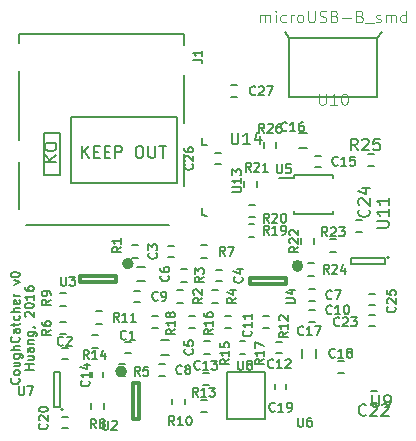
<source format=gbr>
G04 #@! TF.FileFunction,Legend,Top*
%FSLAX46Y46*%
G04 Gerber Fmt 4.6, Leading zero omitted, Abs format (unit mm)*
G04 Created by KiCad (PCBNEW 4.0.0-stable) date Thursday, June 23, 2016 'AMt' 11:02:30 AM*
%MOMM*%
G01*
G04 APERTURE LIST*
%ADD10C,0.100000*%
%ADD11C,0.127000*%
%ADD12C,0.150000*%
%ADD13C,0.307000*%
%ADD14C,0.500000*%
%ADD15C,0.200000*%
%ADD16C,0.121920*%
G04 APERTURE END LIST*
D10*
D11*
X87686243Y-167331572D02*
X87722529Y-167367858D01*
X87758814Y-167476715D01*
X87758814Y-167549286D01*
X87722529Y-167658143D01*
X87649957Y-167730715D01*
X87577386Y-167767000D01*
X87432243Y-167803286D01*
X87323386Y-167803286D01*
X87178243Y-167767000D01*
X87105671Y-167730715D01*
X87033100Y-167658143D01*
X86996814Y-167549286D01*
X86996814Y-167476715D01*
X87033100Y-167367858D01*
X87069386Y-167331572D01*
X87758814Y-166896143D02*
X87722529Y-166968715D01*
X87686243Y-167005000D01*
X87613671Y-167041286D01*
X87395957Y-167041286D01*
X87323386Y-167005000D01*
X87287100Y-166968715D01*
X87250814Y-166896143D01*
X87250814Y-166787286D01*
X87287100Y-166714715D01*
X87323386Y-166678429D01*
X87395957Y-166642143D01*
X87613671Y-166642143D01*
X87686243Y-166678429D01*
X87722529Y-166714715D01*
X87758814Y-166787286D01*
X87758814Y-166896143D01*
X87250814Y-165989000D02*
X87758814Y-165989000D01*
X87250814Y-166315571D02*
X87649957Y-166315571D01*
X87722529Y-166279286D01*
X87758814Y-166206714D01*
X87758814Y-166097857D01*
X87722529Y-166025286D01*
X87686243Y-165989000D01*
X87250814Y-165299571D02*
X87867671Y-165299571D01*
X87940243Y-165335857D01*
X87976529Y-165372142D01*
X88012814Y-165444714D01*
X88012814Y-165553571D01*
X87976529Y-165626142D01*
X87722529Y-165299571D02*
X87758814Y-165372142D01*
X87758814Y-165517285D01*
X87722529Y-165589857D01*
X87686243Y-165626142D01*
X87613671Y-165662428D01*
X87395957Y-165662428D01*
X87323386Y-165626142D01*
X87287100Y-165589857D01*
X87250814Y-165517285D01*
X87250814Y-165372142D01*
X87287100Y-165299571D01*
X87758814Y-164936713D02*
X86996814Y-164936713D01*
X87758814Y-164610142D02*
X87359671Y-164610142D01*
X87287100Y-164646428D01*
X87250814Y-164718999D01*
X87250814Y-164827856D01*
X87287100Y-164900428D01*
X87323386Y-164936713D01*
X87686243Y-163811856D02*
X87722529Y-163848142D01*
X87758814Y-163956999D01*
X87758814Y-164029570D01*
X87722529Y-164138427D01*
X87649957Y-164210999D01*
X87577386Y-164247284D01*
X87432243Y-164283570D01*
X87323386Y-164283570D01*
X87178243Y-164247284D01*
X87105671Y-164210999D01*
X87033100Y-164138427D01*
X86996814Y-164029570D01*
X86996814Y-163956999D01*
X87033100Y-163848142D01*
X87069386Y-163811856D01*
X87758814Y-163158713D02*
X87359671Y-163158713D01*
X87287100Y-163194999D01*
X87250814Y-163267570D01*
X87250814Y-163412713D01*
X87287100Y-163485284D01*
X87722529Y-163158713D02*
X87758814Y-163231284D01*
X87758814Y-163412713D01*
X87722529Y-163485284D01*
X87649957Y-163521570D01*
X87577386Y-163521570D01*
X87504814Y-163485284D01*
X87468529Y-163412713D01*
X87468529Y-163231284D01*
X87432243Y-163158713D01*
X87250814Y-162904713D02*
X87250814Y-162614427D01*
X86996814Y-162795855D02*
X87649957Y-162795855D01*
X87722529Y-162759570D01*
X87758814Y-162686998D01*
X87758814Y-162614427D01*
X87722529Y-162033855D02*
X87758814Y-162106426D01*
X87758814Y-162251569D01*
X87722529Y-162324141D01*
X87686243Y-162360426D01*
X87613671Y-162396712D01*
X87395957Y-162396712D01*
X87323386Y-162360426D01*
X87287100Y-162324141D01*
X87250814Y-162251569D01*
X87250814Y-162106426D01*
X87287100Y-162033855D01*
X87758814Y-161707283D02*
X86996814Y-161707283D01*
X87758814Y-161380712D02*
X87359671Y-161380712D01*
X87287100Y-161416998D01*
X87250814Y-161489569D01*
X87250814Y-161598426D01*
X87287100Y-161670998D01*
X87323386Y-161707283D01*
X87722529Y-160727569D02*
X87758814Y-160800140D01*
X87758814Y-160945283D01*
X87722529Y-161017854D01*
X87649957Y-161054140D01*
X87359671Y-161054140D01*
X87287100Y-161017854D01*
X87250814Y-160945283D01*
X87250814Y-160800140D01*
X87287100Y-160727569D01*
X87359671Y-160691283D01*
X87432243Y-160691283D01*
X87504814Y-161054140D01*
X87758814Y-160364711D02*
X87250814Y-160364711D01*
X87395957Y-160364711D02*
X87323386Y-160328426D01*
X87287100Y-160292140D01*
X87250814Y-160219569D01*
X87250814Y-160146997D01*
X87250814Y-159384998D02*
X87758814Y-159203569D01*
X87250814Y-159022141D01*
X86996814Y-158586713D02*
X86996814Y-158514141D01*
X87033100Y-158441570D01*
X87069386Y-158405284D01*
X87141957Y-158368998D01*
X87287100Y-158332713D01*
X87468529Y-158332713D01*
X87613671Y-158368998D01*
X87686243Y-158405284D01*
X87722529Y-158441570D01*
X87758814Y-158514141D01*
X87758814Y-158586713D01*
X87722529Y-158659284D01*
X87686243Y-158695570D01*
X87613671Y-158731855D01*
X87468529Y-158768141D01*
X87287100Y-158768141D01*
X87141957Y-158731855D01*
X87069386Y-158695570D01*
X87033100Y-158659284D01*
X86996814Y-158586713D01*
X88952614Y-166587714D02*
X88190614Y-166587714D01*
X88553471Y-166587714D02*
X88553471Y-166152286D01*
X88952614Y-166152286D02*
X88190614Y-166152286D01*
X88444614Y-165462857D02*
X88952614Y-165462857D01*
X88444614Y-165789428D02*
X88843757Y-165789428D01*
X88916329Y-165753143D01*
X88952614Y-165680571D01*
X88952614Y-165571714D01*
X88916329Y-165499143D01*
X88880043Y-165462857D01*
X88952614Y-164773428D02*
X88553471Y-164773428D01*
X88480900Y-164809714D01*
X88444614Y-164882285D01*
X88444614Y-165027428D01*
X88480900Y-165099999D01*
X88916329Y-164773428D02*
X88952614Y-164845999D01*
X88952614Y-165027428D01*
X88916329Y-165099999D01*
X88843757Y-165136285D01*
X88771186Y-165136285D01*
X88698614Y-165099999D01*
X88662329Y-165027428D01*
X88662329Y-164845999D01*
X88626043Y-164773428D01*
X88444614Y-164410570D02*
X88952614Y-164410570D01*
X88517186Y-164410570D02*
X88480900Y-164374285D01*
X88444614Y-164301713D01*
X88444614Y-164192856D01*
X88480900Y-164120285D01*
X88553471Y-164083999D01*
X88952614Y-164083999D01*
X88444614Y-163394570D02*
X89061471Y-163394570D01*
X89134043Y-163430856D01*
X89170329Y-163467141D01*
X89206614Y-163539713D01*
X89206614Y-163648570D01*
X89170329Y-163721141D01*
X88916329Y-163394570D02*
X88952614Y-163467141D01*
X88952614Y-163612284D01*
X88916329Y-163684856D01*
X88880043Y-163721141D01*
X88807471Y-163757427D01*
X88589757Y-163757427D01*
X88517186Y-163721141D01*
X88480900Y-163684856D01*
X88444614Y-163612284D01*
X88444614Y-163467141D01*
X88480900Y-163394570D01*
X88916329Y-162995427D02*
X88952614Y-162995427D01*
X89025186Y-163031712D01*
X89061471Y-163067998D01*
X88263186Y-162124570D02*
X88226900Y-162088284D01*
X88190614Y-162015713D01*
X88190614Y-161834284D01*
X88226900Y-161761713D01*
X88263186Y-161725427D01*
X88335757Y-161689142D01*
X88408329Y-161689142D01*
X88517186Y-161725427D01*
X88952614Y-162160856D01*
X88952614Y-161689142D01*
X88190614Y-161217428D02*
X88190614Y-161144856D01*
X88226900Y-161072285D01*
X88263186Y-161035999D01*
X88335757Y-160999713D01*
X88480900Y-160963428D01*
X88662329Y-160963428D01*
X88807471Y-160999713D01*
X88880043Y-161035999D01*
X88916329Y-161072285D01*
X88952614Y-161144856D01*
X88952614Y-161217428D01*
X88916329Y-161289999D01*
X88880043Y-161326285D01*
X88807471Y-161362570D01*
X88662329Y-161398856D01*
X88480900Y-161398856D01*
X88335757Y-161362570D01*
X88263186Y-161326285D01*
X88226900Y-161289999D01*
X88190614Y-161217428D01*
X88952614Y-160237714D02*
X88952614Y-160673142D01*
X88952614Y-160455428D02*
X88190614Y-160455428D01*
X88299471Y-160527999D01*
X88372043Y-160600571D01*
X88408329Y-160673142D01*
X88190614Y-159584571D02*
X88190614Y-159729714D01*
X88226900Y-159802285D01*
X88263186Y-159838571D01*
X88372043Y-159911142D01*
X88517186Y-159947428D01*
X88807471Y-159947428D01*
X88880043Y-159911142D01*
X88916329Y-159874857D01*
X88952614Y-159802285D01*
X88952614Y-159657142D01*
X88916329Y-159584571D01*
X88880043Y-159548285D01*
X88807471Y-159512000D01*
X88626043Y-159512000D01*
X88553471Y-159548285D01*
X88517186Y-159584571D01*
X88480900Y-159657142D01*
X88480900Y-159802285D01*
X88517186Y-159874857D01*
X88553471Y-159911142D01*
X88626043Y-159947428D01*
X91210000Y-146579000D02*
X89810000Y-146579000D01*
X89810000Y-146579000D02*
X89810000Y-150079000D01*
X91210000Y-146579000D02*
X91210000Y-150079000D01*
X101070000Y-150749000D02*
X101070000Y-145219000D01*
X101070000Y-150749000D02*
X92070000Y-150749000D01*
X92070000Y-145219000D02*
X92070000Y-150749000D01*
X101070000Y-145219000D02*
X92070000Y-145219000D01*
X100420000Y-154379000D02*
X88320000Y-154379000D01*
X87660000Y-153029000D02*
X87660000Y-149029000D01*
X87660000Y-147129000D02*
X87660000Y-141329000D01*
X87660000Y-138929000D02*
X87660000Y-138179000D01*
X101695000Y-138179000D02*
X87660000Y-138179000D01*
X101695000Y-139129000D02*
X101695000Y-138179000D01*
X101695000Y-151029000D02*
X101695000Y-148329000D01*
X101695000Y-145669000D02*
X101695000Y-141679000D01*
X91210000Y-150079000D02*
X89810000Y-150079000D01*
D12*
X116209000Y-154907000D02*
X116709000Y-154907000D01*
X116709000Y-153957000D02*
X116209000Y-153957000D01*
X94357000Y-163686000D02*
X93857000Y-163686000D01*
X93857000Y-164736000D02*
X94357000Y-164736000D01*
X93836000Y-169422000D02*
X93836000Y-169922000D01*
X94886000Y-169922000D02*
X94886000Y-169422000D01*
X93886000Y-166755000D02*
X93886000Y-167255000D01*
X94836000Y-167255000D02*
X94836000Y-166755000D01*
X97151000Y-164244000D02*
X96651000Y-164244000D01*
X96651000Y-165194000D02*
X97151000Y-165194000D01*
X91817000Y-164752000D02*
X91317000Y-164752000D01*
X91317000Y-165702000D02*
X91817000Y-165702000D01*
X100834000Y-156116000D02*
X100334000Y-156116000D01*
X100334000Y-157066000D02*
X100834000Y-157066000D01*
X104398000Y-159098000D02*
X104898000Y-159098000D01*
X104898000Y-158148000D02*
X104398000Y-158148000D01*
X99726000Y-164119000D02*
X100426000Y-164119000D01*
X100426000Y-165319000D02*
X99726000Y-165319000D01*
X97694000Y-157896000D02*
X98394000Y-157896000D01*
X98394000Y-159096000D02*
X97694000Y-159096000D01*
X112772000Y-159799000D02*
X112272000Y-159799000D01*
X112272000Y-160749000D02*
X112772000Y-160749000D01*
X100072000Y-166149000D02*
X99572000Y-166149000D01*
X99572000Y-167099000D02*
X100072000Y-167099000D01*
X97913000Y-159926000D02*
X97413000Y-159926000D01*
X97413000Y-160876000D02*
X97913000Y-160876000D01*
X112772000Y-161577000D02*
X112272000Y-161577000D01*
X112272000Y-162527000D02*
X112772000Y-162527000D01*
X105660000Y-162085000D02*
X105160000Y-162085000D01*
X105160000Y-163035000D02*
X105660000Y-163035000D01*
X109478000Y-165194000D02*
X109978000Y-165194000D01*
X109978000Y-164244000D02*
X109478000Y-164244000D01*
X103255000Y-167861000D02*
X103755000Y-167861000D01*
X103755000Y-166911000D02*
X103255000Y-166911000D01*
X113280000Y-148496000D02*
X112780000Y-148496000D01*
X112780000Y-149446000D02*
X113280000Y-149446000D01*
X112110000Y-147793000D02*
X111410000Y-147793000D01*
X111410000Y-146593000D02*
X112110000Y-146593000D01*
X111668000Y-165577000D02*
X111668000Y-164877000D01*
X112868000Y-164877000D02*
X112868000Y-165577000D01*
X115185000Y-165895000D02*
X114685000Y-165895000D01*
X114685000Y-166845000D02*
X115185000Y-166845000D01*
X110330000Y-168271000D02*
X110330000Y-167771000D01*
X109380000Y-167771000D02*
X109380000Y-168271000D01*
X91317000Y-171544000D02*
X91817000Y-171544000D01*
X91817000Y-170594000D02*
X91317000Y-170594000D01*
X97786000Y-156066000D02*
X97286000Y-156066000D01*
X97286000Y-157116000D02*
X97786000Y-157116000D01*
X101596000Y-159876000D02*
X101096000Y-159876000D01*
X101096000Y-160926000D02*
X101596000Y-160926000D01*
X101908000Y-158098000D02*
X101408000Y-158098000D01*
X101408000Y-159148000D02*
X101908000Y-159148000D01*
X104517000Y-159876000D02*
X104017000Y-159876000D01*
X104017000Y-160926000D02*
X104517000Y-160926000D01*
X96701000Y-166099000D02*
X96201000Y-166099000D01*
X96201000Y-167149000D02*
X96701000Y-167149000D01*
X91690000Y-162543000D02*
X91190000Y-162543000D01*
X91190000Y-163593000D02*
X91690000Y-163593000D01*
X103628000Y-156066000D02*
X103128000Y-156066000D01*
X103128000Y-157116000D02*
X103628000Y-157116000D01*
X91690000Y-160130000D02*
X91190000Y-160130000D01*
X91190000Y-161180000D02*
X91690000Y-161180000D01*
X101744000Y-169541000D02*
X101744000Y-169041000D01*
X100694000Y-169041000D02*
X100694000Y-169541000D01*
X94238000Y-162704000D02*
X94738000Y-162704000D01*
X94738000Y-161654000D02*
X94238000Y-161654000D01*
X108835000Y-162035000D02*
X108335000Y-162035000D01*
X108335000Y-163085000D02*
X108835000Y-163085000D01*
X103628000Y-169147000D02*
X103128000Y-169147000D01*
X103128000Y-170197000D02*
X103628000Y-170197000D01*
X103882000Y-164194000D02*
X103382000Y-164194000D01*
X103382000Y-165244000D02*
X103882000Y-165244000D01*
X102612000Y-162035000D02*
X102112000Y-162035000D01*
X102112000Y-163085000D02*
X102612000Y-163085000D01*
X106872000Y-164194000D02*
X106372000Y-164194000D01*
X106372000Y-165244000D02*
X106872000Y-165244000D01*
X98937000Y-163085000D02*
X99437000Y-163085000D01*
X99437000Y-162035000D02*
X98937000Y-162035000D01*
X107634000Y-154288000D02*
X107134000Y-154288000D01*
X107134000Y-155338000D02*
X107634000Y-155338000D01*
X107192000Y-153687000D02*
X107692000Y-153687000D01*
X107692000Y-152637000D02*
X107192000Y-152637000D01*
X106790000Y-150626000D02*
X106790000Y-151126000D01*
X107840000Y-151126000D02*
X107840000Y-150626000D01*
X112666000Y-155952000D02*
X112666000Y-155452000D01*
X111616000Y-155452000D02*
X111616000Y-155952000D01*
X114050000Y-156608000D02*
X114550000Y-156608000D01*
X114550000Y-155558000D02*
X114050000Y-155558000D01*
X112145000Y-158640000D02*
X112645000Y-158640000D01*
X112645000Y-157590000D02*
X112145000Y-157590000D01*
D13*
X97359000Y-167752000D02*
X97867000Y-167752000D01*
X97359000Y-170800000D02*
X97359000Y-167752000D01*
X97867000Y-170800000D02*
X97359000Y-170800000D01*
X97867000Y-167752000D02*
X97867000Y-170800000D01*
D14*
X96593000Y-166736000D02*
G75*
G03X96593000Y-166736000I-250000J0D01*
G01*
D13*
X95900000Y-158623000D02*
X95900000Y-159131000D01*
X92852000Y-158623000D02*
X95900000Y-158623000D01*
X92852000Y-159131000D02*
X92852000Y-158623000D01*
X95900000Y-159131000D02*
X92852000Y-159131000D01*
D14*
X97166000Y-157607000D02*
G75*
G03X97166000Y-157607000I-250000J0D01*
G01*
D13*
X110266000Y-158827000D02*
X110266000Y-159335000D01*
X107218000Y-158827000D02*
X110266000Y-158827000D01*
X107218000Y-159335000D02*
X107218000Y-158827000D01*
X110266000Y-159335000D02*
X107218000Y-159335000D01*
D14*
X111532000Y-157811000D02*
G75*
G03X111532000Y-157811000I-250000J0D01*
G01*
D12*
X110974000Y-150090000D02*
X110974000Y-150340000D01*
X114324000Y-150090000D02*
X114324000Y-150340000D01*
X114324000Y-153440000D02*
X114324000Y-153190000D01*
X110974000Y-153440000D02*
X110974000Y-153190000D01*
X110974000Y-150090000D02*
X114324000Y-150090000D01*
X110974000Y-153440000D02*
X114324000Y-153440000D01*
X110974000Y-150340000D02*
X109724000Y-150340000D01*
X91432000Y-169975000D02*
G75*
G03X91432000Y-169975000I-100000J0D01*
G01*
X90682000Y-169725000D02*
X91182000Y-169725000D01*
X90682000Y-166825000D02*
X90682000Y-169725000D01*
X91182000Y-166825000D02*
X90682000Y-166825000D01*
X91182000Y-169725000D02*
X91182000Y-166825000D01*
D15*
X108535000Y-166810000D02*
X105335000Y-166810000D01*
X108535000Y-170770000D02*
X108535000Y-166810000D01*
X108535000Y-170770000D02*
X105335000Y-170770000D01*
X105335000Y-166810000D02*
X105335000Y-170770000D01*
D12*
X117979000Y-168435000D02*
X117479000Y-168435000D01*
X117479000Y-169385000D02*
X117979000Y-169385000D01*
X117852000Y-161958000D02*
X117352000Y-161958000D01*
X117352000Y-162908000D02*
X117852000Y-162908000D01*
X117852000Y-160180000D02*
X117352000Y-160180000D01*
X117352000Y-161130000D02*
X117852000Y-161130000D01*
X117225000Y-149369000D02*
X117725000Y-149369000D01*
X117725000Y-148319000D02*
X117225000Y-148319000D01*
X119021000Y-157096000D02*
G75*
G03X119021000Y-157096000I-100000J0D01*
G01*
X118671000Y-157646000D02*
X118671000Y-157146000D01*
X115771000Y-157646000D02*
X118671000Y-157646000D01*
X115771000Y-157146000D02*
X115771000Y-157646000D01*
X118671000Y-157146000D02*
X115771000Y-157146000D01*
X104771000Y-148242000D02*
X104271000Y-148242000D01*
X104271000Y-149192000D02*
X104771000Y-149192000D01*
X106168000Y-142527000D02*
X105668000Y-142527000D01*
X105668000Y-143477000D02*
X106168000Y-143477000D01*
X103190040Y-152925780D02*
X103190040Y-153535380D01*
X103190040Y-153535380D02*
X103621840Y-153545540D01*
X103190040Y-146956780D02*
X103190040Y-147566380D01*
X103190040Y-147566380D02*
X103621840Y-147576540D01*
D11*
X118050000Y-138531000D02*
X118050000Y-143531000D01*
X118050000Y-143531000D02*
X110550000Y-143531000D01*
X110550000Y-143531000D02*
X110550000Y-138531000D01*
X118050000Y-138531000D02*
X118000000Y-138531000D01*
X118000000Y-138531000D02*
X110600000Y-138531000D01*
X110600000Y-138531000D02*
X110550000Y-138531000D01*
X118000000Y-138531000D02*
X118400000Y-138031000D01*
X110600000Y-138531000D02*
X110200000Y-138031000D01*
D12*
X108441000Y-147324000D02*
X108441000Y-147824000D01*
X109491000Y-147824000D02*
X109491000Y-147324000D01*
X102452714Y-140334999D02*
X102997000Y-140334999D01*
X103105857Y-140371285D01*
X103178429Y-140443856D01*
X103214714Y-140552713D01*
X103214714Y-140625285D01*
X103214714Y-139573000D02*
X103214714Y-140008428D01*
X103214714Y-139790714D02*
X102452714Y-139790714D01*
X102561571Y-139863285D01*
X102634143Y-139935857D01*
X102670429Y-140008428D01*
X90872381Y-148994714D02*
X89872381Y-148994714D01*
X90872381Y-148423285D02*
X90300952Y-148851857D01*
X89872381Y-148423285D02*
X90443810Y-148994714D01*
X89872381Y-147804238D02*
X89872381Y-147613761D01*
X89920000Y-147518523D01*
X90015238Y-147423285D01*
X90205714Y-147375666D01*
X90539048Y-147375666D01*
X90729524Y-147423285D01*
X90824762Y-147518523D01*
X90872381Y-147613761D01*
X90872381Y-147804238D01*
X90824762Y-147899476D01*
X90729524Y-147994714D01*
X90539048Y-148042333D01*
X90205714Y-148042333D01*
X90015238Y-147994714D01*
X89920000Y-147899476D01*
X89872381Y-147804238D01*
X93043809Y-148661381D02*
X93043809Y-147661381D01*
X93615238Y-148661381D02*
X93186666Y-148089952D01*
X93615238Y-147661381D02*
X93043809Y-148232810D01*
X94043809Y-148137571D02*
X94377143Y-148137571D01*
X94520000Y-148661381D02*
X94043809Y-148661381D01*
X94043809Y-147661381D01*
X94520000Y-147661381D01*
X94948571Y-148137571D02*
X95281905Y-148137571D01*
X95424762Y-148661381D02*
X94948571Y-148661381D01*
X94948571Y-147661381D01*
X95424762Y-147661381D01*
X95853333Y-148661381D02*
X95853333Y-147661381D01*
X96234286Y-147661381D01*
X96329524Y-147709000D01*
X96377143Y-147756619D01*
X96424762Y-147851857D01*
X96424762Y-147994714D01*
X96377143Y-148089952D01*
X96329524Y-148137571D01*
X96234286Y-148185190D01*
X95853333Y-148185190D01*
X97805714Y-147661381D02*
X97996191Y-147661381D01*
X98091429Y-147709000D01*
X98186667Y-147804238D01*
X98234286Y-147994714D01*
X98234286Y-148328048D01*
X98186667Y-148518524D01*
X98091429Y-148613762D01*
X97996191Y-148661381D01*
X97805714Y-148661381D01*
X97710476Y-148613762D01*
X97615238Y-148518524D01*
X97567619Y-148328048D01*
X97567619Y-147994714D01*
X97615238Y-147804238D01*
X97710476Y-147709000D01*
X97805714Y-147661381D01*
X98662857Y-147661381D02*
X98662857Y-148470905D01*
X98710476Y-148566143D01*
X98758095Y-148613762D01*
X98853333Y-148661381D01*
X99043810Y-148661381D01*
X99139048Y-148613762D01*
X99186667Y-148566143D01*
X99234286Y-148470905D01*
X99234286Y-147661381D01*
X99567619Y-147661381D02*
X100139048Y-147661381D01*
X99853333Y-148661381D02*
X99853333Y-147661381D01*
X117324143Y-153042857D02*
X117371762Y-153090476D01*
X117419381Y-153233333D01*
X117419381Y-153328571D01*
X117371762Y-153471429D01*
X117276524Y-153566667D01*
X117181286Y-153614286D01*
X116990810Y-153661905D01*
X116847952Y-153661905D01*
X116657476Y-153614286D01*
X116562238Y-153566667D01*
X116467000Y-153471429D01*
X116419381Y-153328571D01*
X116419381Y-153233333D01*
X116467000Y-153090476D01*
X116514619Y-153042857D01*
X116514619Y-152661905D02*
X116467000Y-152614286D01*
X116419381Y-152519048D01*
X116419381Y-152280952D01*
X116467000Y-152185714D01*
X116514619Y-152138095D01*
X116609857Y-152090476D01*
X116705095Y-152090476D01*
X116847952Y-152138095D01*
X117419381Y-152709524D01*
X117419381Y-152090476D01*
X116752714Y-151233333D02*
X117419381Y-151233333D01*
X116371762Y-151471429D02*
X117086048Y-151709524D01*
X117086048Y-151090476D01*
X93617143Y-165698714D02*
X93363143Y-165335857D01*
X93181715Y-165698714D02*
X93181715Y-164936714D01*
X93472000Y-164936714D01*
X93544572Y-164973000D01*
X93580857Y-165009286D01*
X93617143Y-165081857D01*
X93617143Y-165190714D01*
X93580857Y-165263286D01*
X93544572Y-165299571D01*
X93472000Y-165335857D01*
X93181715Y-165335857D01*
X94342857Y-165698714D02*
X93907429Y-165698714D01*
X94125143Y-165698714D02*
X94125143Y-164936714D01*
X94052572Y-165045571D01*
X93980000Y-165118143D01*
X93907429Y-165154429D01*
X94996000Y-165190714D02*
X94996000Y-165698714D01*
X94814571Y-164900429D02*
X94633143Y-165444714D01*
X95104857Y-165444714D01*
X94234000Y-171540714D02*
X93980000Y-171177857D01*
X93798572Y-171540714D02*
X93798572Y-170778714D01*
X94088857Y-170778714D01*
X94161429Y-170815000D01*
X94197714Y-170851286D01*
X94234000Y-170923857D01*
X94234000Y-171032714D01*
X94197714Y-171105286D01*
X94161429Y-171141571D01*
X94088857Y-171177857D01*
X93798572Y-171177857D01*
X94669429Y-171105286D02*
X94596857Y-171069000D01*
X94560572Y-171032714D01*
X94524286Y-170960143D01*
X94524286Y-170923857D01*
X94560572Y-170851286D01*
X94596857Y-170815000D01*
X94669429Y-170778714D01*
X94814572Y-170778714D01*
X94887143Y-170815000D01*
X94923429Y-170851286D01*
X94959714Y-170923857D01*
X94959714Y-170960143D01*
X94923429Y-171032714D01*
X94887143Y-171069000D01*
X94814572Y-171105286D01*
X94669429Y-171105286D01*
X94596857Y-171141571D01*
X94560572Y-171177857D01*
X94524286Y-171250429D01*
X94524286Y-171395571D01*
X94560572Y-171468143D01*
X94596857Y-171504429D01*
X94669429Y-171540714D01*
X94814572Y-171540714D01*
X94887143Y-171504429D01*
X94923429Y-171468143D01*
X94959714Y-171395571D01*
X94959714Y-171250429D01*
X94923429Y-171177857D01*
X94887143Y-171141571D01*
X94814572Y-171105286D01*
X93617143Y-167536857D02*
X93653429Y-167573143D01*
X93689714Y-167682000D01*
X93689714Y-167754571D01*
X93653429Y-167863428D01*
X93580857Y-167936000D01*
X93508286Y-167972285D01*
X93363143Y-168008571D01*
X93254286Y-168008571D01*
X93109143Y-167972285D01*
X93036571Y-167936000D01*
X92964000Y-167863428D01*
X92927714Y-167754571D01*
X92927714Y-167682000D01*
X92964000Y-167573143D01*
X93000286Y-167536857D01*
X93689714Y-166811143D02*
X93689714Y-167246571D01*
X93689714Y-167028857D02*
X92927714Y-167028857D01*
X93036571Y-167101428D01*
X93109143Y-167174000D01*
X93145429Y-167246571D01*
X93181714Y-166158000D02*
X93689714Y-166158000D01*
X92891429Y-166339429D02*
X93435714Y-166520857D01*
X93435714Y-166049143D01*
X96774000Y-163975143D02*
X96737714Y-164011429D01*
X96628857Y-164047714D01*
X96556286Y-164047714D01*
X96447429Y-164011429D01*
X96374857Y-163938857D01*
X96338572Y-163866286D01*
X96302286Y-163721143D01*
X96302286Y-163612286D01*
X96338572Y-163467143D01*
X96374857Y-163394571D01*
X96447429Y-163322000D01*
X96556286Y-163285714D01*
X96628857Y-163285714D01*
X96737714Y-163322000D01*
X96774000Y-163358286D01*
X97499714Y-164047714D02*
X97064286Y-164047714D01*
X97282000Y-164047714D02*
X97282000Y-163285714D01*
X97209429Y-163394571D01*
X97136857Y-163467143D01*
X97064286Y-163503429D01*
X91440000Y-164483143D02*
X91403714Y-164519429D01*
X91294857Y-164555714D01*
X91222286Y-164555714D01*
X91113429Y-164519429D01*
X91040857Y-164446857D01*
X91004572Y-164374286D01*
X90968286Y-164229143D01*
X90968286Y-164120286D01*
X91004572Y-163975143D01*
X91040857Y-163902571D01*
X91113429Y-163830000D01*
X91222286Y-163793714D01*
X91294857Y-163793714D01*
X91403714Y-163830000D01*
X91440000Y-163866286D01*
X91730286Y-163866286D02*
X91766572Y-163830000D01*
X91839143Y-163793714D01*
X92020572Y-163793714D01*
X92093143Y-163830000D01*
X92129429Y-163866286D01*
X92165714Y-163938857D01*
X92165714Y-164011429D01*
X92129429Y-164120286D01*
X91694000Y-164555714D01*
X92165714Y-164555714D01*
X99332143Y-156718000D02*
X99368429Y-156754286D01*
X99404714Y-156863143D01*
X99404714Y-156935714D01*
X99368429Y-157044571D01*
X99295857Y-157117143D01*
X99223286Y-157153428D01*
X99078143Y-157189714D01*
X98969286Y-157189714D01*
X98824143Y-157153428D01*
X98751571Y-157117143D01*
X98679000Y-157044571D01*
X98642714Y-156935714D01*
X98642714Y-156863143D01*
X98679000Y-156754286D01*
X98715286Y-156718000D01*
X98642714Y-156464000D02*
X98642714Y-155992286D01*
X98933000Y-156246286D01*
X98933000Y-156137428D01*
X98969286Y-156064857D01*
X99005571Y-156028571D01*
X99078143Y-155992286D01*
X99259571Y-155992286D01*
X99332143Y-156028571D01*
X99368429Y-156064857D01*
X99404714Y-156137428D01*
X99404714Y-156355143D01*
X99368429Y-156427714D01*
X99332143Y-156464000D01*
X106571143Y-158750000D02*
X106607429Y-158786286D01*
X106643714Y-158895143D01*
X106643714Y-158967714D01*
X106607429Y-159076571D01*
X106534857Y-159149143D01*
X106462286Y-159185428D01*
X106317143Y-159221714D01*
X106208286Y-159221714D01*
X106063143Y-159185428D01*
X105990571Y-159149143D01*
X105918000Y-159076571D01*
X105881714Y-158967714D01*
X105881714Y-158895143D01*
X105918000Y-158786286D01*
X105954286Y-158750000D01*
X106135714Y-158096857D02*
X106643714Y-158096857D01*
X105845429Y-158278286D02*
X106389714Y-158459714D01*
X106389714Y-157988000D01*
X102380143Y-164846000D02*
X102416429Y-164882286D01*
X102452714Y-164991143D01*
X102452714Y-165063714D01*
X102416429Y-165172571D01*
X102343857Y-165245143D01*
X102271286Y-165281428D01*
X102126143Y-165317714D01*
X102017286Y-165317714D01*
X101872143Y-165281428D01*
X101799571Y-165245143D01*
X101727000Y-165172571D01*
X101690714Y-165063714D01*
X101690714Y-164991143D01*
X101727000Y-164882286D01*
X101763286Y-164846000D01*
X101690714Y-164156571D02*
X101690714Y-164519428D01*
X102053571Y-164555714D01*
X102017286Y-164519428D01*
X101981000Y-164446857D01*
X101981000Y-164265428D01*
X102017286Y-164192857D01*
X102053571Y-164156571D01*
X102126143Y-164120286D01*
X102307571Y-164120286D01*
X102380143Y-164156571D01*
X102416429Y-164192857D01*
X102452714Y-164265428D01*
X102452714Y-164446857D01*
X102416429Y-164519428D01*
X102380143Y-164555714D01*
X100348143Y-158623000D02*
X100384429Y-158659286D01*
X100420714Y-158768143D01*
X100420714Y-158840714D01*
X100384429Y-158949571D01*
X100311857Y-159022143D01*
X100239286Y-159058428D01*
X100094143Y-159094714D01*
X99985286Y-159094714D01*
X99840143Y-159058428D01*
X99767571Y-159022143D01*
X99695000Y-158949571D01*
X99658714Y-158840714D01*
X99658714Y-158768143D01*
X99695000Y-158659286D01*
X99731286Y-158623000D01*
X99658714Y-157969857D02*
X99658714Y-158115000D01*
X99695000Y-158187571D01*
X99731286Y-158223857D01*
X99840143Y-158296428D01*
X99985286Y-158332714D01*
X100275571Y-158332714D01*
X100348143Y-158296428D01*
X100384429Y-158260143D01*
X100420714Y-158187571D01*
X100420714Y-158042428D01*
X100384429Y-157969857D01*
X100348143Y-157933571D01*
X100275571Y-157897286D01*
X100094143Y-157897286D01*
X100021571Y-157933571D01*
X99985286Y-157969857D01*
X99949000Y-158042428D01*
X99949000Y-158187571D01*
X99985286Y-158260143D01*
X100021571Y-158296428D01*
X100094143Y-158332714D01*
X114173000Y-160546143D02*
X114136714Y-160582429D01*
X114027857Y-160618714D01*
X113955286Y-160618714D01*
X113846429Y-160582429D01*
X113773857Y-160509857D01*
X113737572Y-160437286D01*
X113701286Y-160292143D01*
X113701286Y-160183286D01*
X113737572Y-160038143D01*
X113773857Y-159965571D01*
X113846429Y-159893000D01*
X113955286Y-159856714D01*
X114027857Y-159856714D01*
X114136714Y-159893000D01*
X114173000Y-159929286D01*
X114427000Y-159856714D02*
X114935000Y-159856714D01*
X114608429Y-160618714D01*
X101473000Y-166896143D02*
X101436714Y-166932429D01*
X101327857Y-166968714D01*
X101255286Y-166968714D01*
X101146429Y-166932429D01*
X101073857Y-166859857D01*
X101037572Y-166787286D01*
X101001286Y-166642143D01*
X101001286Y-166533286D01*
X101037572Y-166388143D01*
X101073857Y-166315571D01*
X101146429Y-166243000D01*
X101255286Y-166206714D01*
X101327857Y-166206714D01*
X101436714Y-166243000D01*
X101473000Y-166279286D01*
X101908429Y-166533286D02*
X101835857Y-166497000D01*
X101799572Y-166460714D01*
X101763286Y-166388143D01*
X101763286Y-166351857D01*
X101799572Y-166279286D01*
X101835857Y-166243000D01*
X101908429Y-166206714D01*
X102053572Y-166206714D01*
X102126143Y-166243000D01*
X102162429Y-166279286D01*
X102198714Y-166351857D01*
X102198714Y-166388143D01*
X102162429Y-166460714D01*
X102126143Y-166497000D01*
X102053572Y-166533286D01*
X101908429Y-166533286D01*
X101835857Y-166569571D01*
X101799572Y-166605857D01*
X101763286Y-166678429D01*
X101763286Y-166823571D01*
X101799572Y-166896143D01*
X101835857Y-166932429D01*
X101908429Y-166968714D01*
X102053572Y-166968714D01*
X102126143Y-166932429D01*
X102162429Y-166896143D01*
X102198714Y-166823571D01*
X102198714Y-166678429D01*
X102162429Y-166605857D01*
X102126143Y-166569571D01*
X102053572Y-166533286D01*
X99441000Y-160673143D02*
X99404714Y-160709429D01*
X99295857Y-160745714D01*
X99223286Y-160745714D01*
X99114429Y-160709429D01*
X99041857Y-160636857D01*
X99005572Y-160564286D01*
X98969286Y-160419143D01*
X98969286Y-160310286D01*
X99005572Y-160165143D01*
X99041857Y-160092571D01*
X99114429Y-160020000D01*
X99223286Y-159983714D01*
X99295857Y-159983714D01*
X99404714Y-160020000D01*
X99441000Y-160056286D01*
X99803857Y-160745714D02*
X99949000Y-160745714D01*
X100021572Y-160709429D01*
X100057857Y-160673143D01*
X100130429Y-160564286D01*
X100166714Y-160419143D01*
X100166714Y-160128857D01*
X100130429Y-160056286D01*
X100094143Y-160020000D01*
X100021572Y-159983714D01*
X99876429Y-159983714D01*
X99803857Y-160020000D01*
X99767572Y-160056286D01*
X99731286Y-160128857D01*
X99731286Y-160310286D01*
X99767572Y-160382857D01*
X99803857Y-160419143D01*
X99876429Y-160455429D01*
X100021572Y-160455429D01*
X100094143Y-160419143D01*
X100130429Y-160382857D01*
X100166714Y-160310286D01*
X114191143Y-161816143D02*
X114154857Y-161852429D01*
X114046000Y-161888714D01*
X113973429Y-161888714D01*
X113864572Y-161852429D01*
X113792000Y-161779857D01*
X113755715Y-161707286D01*
X113719429Y-161562143D01*
X113719429Y-161453286D01*
X113755715Y-161308143D01*
X113792000Y-161235571D01*
X113864572Y-161163000D01*
X113973429Y-161126714D01*
X114046000Y-161126714D01*
X114154857Y-161163000D01*
X114191143Y-161199286D01*
X114916857Y-161888714D02*
X114481429Y-161888714D01*
X114699143Y-161888714D02*
X114699143Y-161126714D01*
X114626572Y-161235571D01*
X114554000Y-161308143D01*
X114481429Y-161344429D01*
X115388571Y-161126714D02*
X115461143Y-161126714D01*
X115533714Y-161163000D01*
X115570000Y-161199286D01*
X115606286Y-161271857D01*
X115642571Y-161417000D01*
X115642571Y-161598429D01*
X115606286Y-161743571D01*
X115570000Y-161816143D01*
X115533714Y-161852429D01*
X115461143Y-161888714D01*
X115388571Y-161888714D01*
X115316000Y-161852429D01*
X115279714Y-161816143D01*
X115243429Y-161743571D01*
X115207143Y-161598429D01*
X115207143Y-161417000D01*
X115243429Y-161271857D01*
X115279714Y-161199286D01*
X115316000Y-161163000D01*
X115388571Y-161126714D01*
X107333143Y-163303857D02*
X107369429Y-163340143D01*
X107405714Y-163449000D01*
X107405714Y-163521571D01*
X107369429Y-163630428D01*
X107296857Y-163703000D01*
X107224286Y-163739285D01*
X107079143Y-163775571D01*
X106970286Y-163775571D01*
X106825143Y-163739285D01*
X106752571Y-163703000D01*
X106680000Y-163630428D01*
X106643714Y-163521571D01*
X106643714Y-163449000D01*
X106680000Y-163340143D01*
X106716286Y-163303857D01*
X107405714Y-162578143D02*
X107405714Y-163013571D01*
X107405714Y-162795857D02*
X106643714Y-162795857D01*
X106752571Y-162868428D01*
X106825143Y-162941000D01*
X106861429Y-163013571D01*
X107405714Y-161852429D02*
X107405714Y-162287857D01*
X107405714Y-162070143D02*
X106643714Y-162070143D01*
X106752571Y-162142714D01*
X106825143Y-162215286D01*
X106861429Y-162287857D01*
X109238143Y-166388143D02*
X109201857Y-166424429D01*
X109093000Y-166460714D01*
X109020429Y-166460714D01*
X108911572Y-166424429D01*
X108839000Y-166351857D01*
X108802715Y-166279286D01*
X108766429Y-166134143D01*
X108766429Y-166025286D01*
X108802715Y-165880143D01*
X108839000Y-165807571D01*
X108911572Y-165735000D01*
X109020429Y-165698714D01*
X109093000Y-165698714D01*
X109201857Y-165735000D01*
X109238143Y-165771286D01*
X109963857Y-166460714D02*
X109528429Y-166460714D01*
X109746143Y-166460714D02*
X109746143Y-165698714D01*
X109673572Y-165807571D01*
X109601000Y-165880143D01*
X109528429Y-165916429D01*
X110254143Y-165771286D02*
X110290429Y-165735000D01*
X110363000Y-165698714D01*
X110544429Y-165698714D01*
X110617000Y-165735000D01*
X110653286Y-165771286D01*
X110689571Y-165843857D01*
X110689571Y-165916429D01*
X110653286Y-166025286D01*
X110217857Y-166460714D01*
X110689571Y-166460714D01*
X103015143Y-166515143D02*
X102978857Y-166551429D01*
X102870000Y-166587714D01*
X102797429Y-166587714D01*
X102688572Y-166551429D01*
X102616000Y-166478857D01*
X102579715Y-166406286D01*
X102543429Y-166261143D01*
X102543429Y-166152286D01*
X102579715Y-166007143D01*
X102616000Y-165934571D01*
X102688572Y-165862000D01*
X102797429Y-165825714D01*
X102870000Y-165825714D01*
X102978857Y-165862000D01*
X103015143Y-165898286D01*
X103740857Y-166587714D02*
X103305429Y-166587714D01*
X103523143Y-166587714D02*
X103523143Y-165825714D01*
X103450572Y-165934571D01*
X103378000Y-166007143D01*
X103305429Y-166043429D01*
X103994857Y-165825714D02*
X104466571Y-165825714D01*
X104212571Y-166116000D01*
X104321429Y-166116000D01*
X104394000Y-166152286D01*
X104430286Y-166188571D01*
X104466571Y-166261143D01*
X104466571Y-166442571D01*
X104430286Y-166515143D01*
X104394000Y-166551429D01*
X104321429Y-166587714D01*
X104103714Y-166587714D01*
X104031143Y-166551429D01*
X103994857Y-166515143D01*
X114699143Y-149243143D02*
X114662857Y-149279429D01*
X114554000Y-149315714D01*
X114481429Y-149315714D01*
X114372572Y-149279429D01*
X114300000Y-149206857D01*
X114263715Y-149134286D01*
X114227429Y-148989143D01*
X114227429Y-148880286D01*
X114263715Y-148735143D01*
X114300000Y-148662571D01*
X114372572Y-148590000D01*
X114481429Y-148553714D01*
X114554000Y-148553714D01*
X114662857Y-148590000D01*
X114699143Y-148626286D01*
X115424857Y-149315714D02*
X114989429Y-149315714D01*
X115207143Y-149315714D02*
X115207143Y-148553714D01*
X115134572Y-148662571D01*
X115062000Y-148735143D01*
X114989429Y-148771429D01*
X116114286Y-148553714D02*
X115751429Y-148553714D01*
X115715143Y-148916571D01*
X115751429Y-148880286D01*
X115824000Y-148844000D01*
X116005429Y-148844000D01*
X116078000Y-148880286D01*
X116114286Y-148916571D01*
X116150571Y-148989143D01*
X116150571Y-149170571D01*
X116114286Y-149243143D01*
X116078000Y-149279429D01*
X116005429Y-149315714D01*
X115824000Y-149315714D01*
X115751429Y-149279429D01*
X115715143Y-149243143D01*
X110381143Y-146322143D02*
X110344857Y-146358429D01*
X110236000Y-146394714D01*
X110163429Y-146394714D01*
X110054572Y-146358429D01*
X109982000Y-146285857D01*
X109945715Y-146213286D01*
X109909429Y-146068143D01*
X109909429Y-145959286D01*
X109945715Y-145814143D01*
X109982000Y-145741571D01*
X110054572Y-145669000D01*
X110163429Y-145632714D01*
X110236000Y-145632714D01*
X110344857Y-145669000D01*
X110381143Y-145705286D01*
X111106857Y-146394714D02*
X110671429Y-146394714D01*
X110889143Y-146394714D02*
X110889143Y-145632714D01*
X110816572Y-145741571D01*
X110744000Y-145814143D01*
X110671429Y-145850429D01*
X111760000Y-145632714D02*
X111614857Y-145632714D01*
X111542286Y-145669000D01*
X111506000Y-145705286D01*
X111433429Y-145814143D01*
X111397143Y-145959286D01*
X111397143Y-146249571D01*
X111433429Y-146322143D01*
X111469714Y-146358429D01*
X111542286Y-146394714D01*
X111687429Y-146394714D01*
X111760000Y-146358429D01*
X111796286Y-146322143D01*
X111832571Y-146249571D01*
X111832571Y-146068143D01*
X111796286Y-145995571D01*
X111760000Y-145959286D01*
X111687429Y-145923000D01*
X111542286Y-145923000D01*
X111469714Y-145959286D01*
X111433429Y-145995571D01*
X111397143Y-146068143D01*
X111778143Y-163594143D02*
X111741857Y-163630429D01*
X111633000Y-163666714D01*
X111560429Y-163666714D01*
X111451572Y-163630429D01*
X111379000Y-163557857D01*
X111342715Y-163485286D01*
X111306429Y-163340143D01*
X111306429Y-163231286D01*
X111342715Y-163086143D01*
X111379000Y-163013571D01*
X111451572Y-162941000D01*
X111560429Y-162904714D01*
X111633000Y-162904714D01*
X111741857Y-162941000D01*
X111778143Y-162977286D01*
X112503857Y-163666714D02*
X112068429Y-163666714D01*
X112286143Y-163666714D02*
X112286143Y-162904714D01*
X112213572Y-163013571D01*
X112141000Y-163086143D01*
X112068429Y-163122429D01*
X112757857Y-162904714D02*
X113265857Y-162904714D01*
X112939286Y-163666714D01*
X114445143Y-165499143D02*
X114408857Y-165535429D01*
X114300000Y-165571714D01*
X114227429Y-165571714D01*
X114118572Y-165535429D01*
X114046000Y-165462857D01*
X114009715Y-165390286D01*
X113973429Y-165245143D01*
X113973429Y-165136286D01*
X114009715Y-164991143D01*
X114046000Y-164918571D01*
X114118572Y-164846000D01*
X114227429Y-164809714D01*
X114300000Y-164809714D01*
X114408857Y-164846000D01*
X114445143Y-164882286D01*
X115170857Y-165571714D02*
X114735429Y-165571714D01*
X114953143Y-165571714D02*
X114953143Y-164809714D01*
X114880572Y-164918571D01*
X114808000Y-164991143D01*
X114735429Y-165027429D01*
X115606286Y-165136286D02*
X115533714Y-165100000D01*
X115497429Y-165063714D01*
X115461143Y-164991143D01*
X115461143Y-164954857D01*
X115497429Y-164882286D01*
X115533714Y-164846000D01*
X115606286Y-164809714D01*
X115751429Y-164809714D01*
X115824000Y-164846000D01*
X115860286Y-164882286D01*
X115896571Y-164954857D01*
X115896571Y-164991143D01*
X115860286Y-165063714D01*
X115824000Y-165100000D01*
X115751429Y-165136286D01*
X115606286Y-165136286D01*
X115533714Y-165172571D01*
X115497429Y-165208857D01*
X115461143Y-165281429D01*
X115461143Y-165426571D01*
X115497429Y-165499143D01*
X115533714Y-165535429D01*
X115606286Y-165571714D01*
X115751429Y-165571714D01*
X115824000Y-165535429D01*
X115860286Y-165499143D01*
X115896571Y-165426571D01*
X115896571Y-165281429D01*
X115860286Y-165208857D01*
X115824000Y-165172571D01*
X115751429Y-165136286D01*
X109365143Y-170071143D02*
X109328857Y-170107429D01*
X109220000Y-170143714D01*
X109147429Y-170143714D01*
X109038572Y-170107429D01*
X108966000Y-170034857D01*
X108929715Y-169962286D01*
X108893429Y-169817143D01*
X108893429Y-169708286D01*
X108929715Y-169563143D01*
X108966000Y-169490571D01*
X109038572Y-169418000D01*
X109147429Y-169381714D01*
X109220000Y-169381714D01*
X109328857Y-169418000D01*
X109365143Y-169454286D01*
X110090857Y-170143714D02*
X109655429Y-170143714D01*
X109873143Y-170143714D02*
X109873143Y-169381714D01*
X109800572Y-169490571D01*
X109728000Y-169563143D01*
X109655429Y-169599429D01*
X110453714Y-170143714D02*
X110598857Y-170143714D01*
X110671429Y-170107429D01*
X110707714Y-170071143D01*
X110780286Y-169962286D01*
X110816571Y-169817143D01*
X110816571Y-169526857D01*
X110780286Y-169454286D01*
X110744000Y-169418000D01*
X110671429Y-169381714D01*
X110526286Y-169381714D01*
X110453714Y-169418000D01*
X110417429Y-169454286D01*
X110381143Y-169526857D01*
X110381143Y-169708286D01*
X110417429Y-169780857D01*
X110453714Y-169817143D01*
X110526286Y-169853429D01*
X110671429Y-169853429D01*
X110744000Y-169817143D01*
X110780286Y-169780857D01*
X110816571Y-169708286D01*
X90061143Y-171177857D02*
X90097429Y-171214143D01*
X90133714Y-171323000D01*
X90133714Y-171395571D01*
X90097429Y-171504428D01*
X90024857Y-171577000D01*
X89952286Y-171613285D01*
X89807143Y-171649571D01*
X89698286Y-171649571D01*
X89553143Y-171613285D01*
X89480571Y-171577000D01*
X89408000Y-171504428D01*
X89371714Y-171395571D01*
X89371714Y-171323000D01*
X89408000Y-171214143D01*
X89444286Y-171177857D01*
X89444286Y-170887571D02*
X89408000Y-170851285D01*
X89371714Y-170778714D01*
X89371714Y-170597285D01*
X89408000Y-170524714D01*
X89444286Y-170488428D01*
X89516857Y-170452143D01*
X89589429Y-170452143D01*
X89698286Y-170488428D01*
X90133714Y-170923857D01*
X90133714Y-170452143D01*
X89371714Y-169980429D02*
X89371714Y-169907857D01*
X89408000Y-169835286D01*
X89444286Y-169799000D01*
X89516857Y-169762714D01*
X89662000Y-169726429D01*
X89843429Y-169726429D01*
X89988571Y-169762714D01*
X90061143Y-169799000D01*
X90097429Y-169835286D01*
X90133714Y-169907857D01*
X90133714Y-169980429D01*
X90097429Y-170053000D01*
X90061143Y-170089286D01*
X89988571Y-170125571D01*
X89843429Y-170161857D01*
X89662000Y-170161857D01*
X89516857Y-170125571D01*
X89444286Y-170089286D01*
X89408000Y-170053000D01*
X89371714Y-169980429D01*
X96356714Y-156210000D02*
X95993857Y-156464000D01*
X96356714Y-156645428D02*
X95594714Y-156645428D01*
X95594714Y-156355143D01*
X95631000Y-156282571D01*
X95667286Y-156246286D01*
X95739857Y-156210000D01*
X95848714Y-156210000D01*
X95921286Y-156246286D01*
X95957571Y-156282571D01*
X95993857Y-156355143D01*
X95993857Y-156645428D01*
X96356714Y-155484286D02*
X96356714Y-155919714D01*
X96356714Y-155702000D02*
X95594714Y-155702000D01*
X95703571Y-155774571D01*
X95776143Y-155847143D01*
X95812429Y-155919714D01*
X103214714Y-160528000D02*
X102851857Y-160782000D01*
X103214714Y-160963428D02*
X102452714Y-160963428D01*
X102452714Y-160673143D01*
X102489000Y-160600571D01*
X102525286Y-160564286D01*
X102597857Y-160528000D01*
X102706714Y-160528000D01*
X102779286Y-160564286D01*
X102815571Y-160600571D01*
X102851857Y-160673143D01*
X102851857Y-160963428D01*
X102525286Y-160237714D02*
X102489000Y-160201428D01*
X102452714Y-160128857D01*
X102452714Y-159947428D01*
X102489000Y-159874857D01*
X102525286Y-159838571D01*
X102597857Y-159802286D01*
X102670429Y-159802286D01*
X102779286Y-159838571D01*
X103214714Y-160274000D01*
X103214714Y-159802286D01*
X103341714Y-158750000D02*
X102978857Y-159004000D01*
X103341714Y-159185428D02*
X102579714Y-159185428D01*
X102579714Y-158895143D01*
X102616000Y-158822571D01*
X102652286Y-158786286D01*
X102724857Y-158750000D01*
X102833714Y-158750000D01*
X102906286Y-158786286D01*
X102942571Y-158822571D01*
X102978857Y-158895143D01*
X102978857Y-159185428D01*
X102579714Y-158496000D02*
X102579714Y-158024286D01*
X102870000Y-158278286D01*
X102870000Y-158169428D01*
X102906286Y-158096857D01*
X102942571Y-158060571D01*
X103015143Y-158024286D01*
X103196571Y-158024286D01*
X103269143Y-158060571D01*
X103305429Y-158096857D01*
X103341714Y-158169428D01*
X103341714Y-158387143D01*
X103305429Y-158459714D01*
X103269143Y-158496000D01*
X106077714Y-160528000D02*
X105714857Y-160782000D01*
X106077714Y-160963428D02*
X105315714Y-160963428D01*
X105315714Y-160673143D01*
X105352000Y-160600571D01*
X105388286Y-160564286D01*
X105460857Y-160528000D01*
X105569714Y-160528000D01*
X105642286Y-160564286D01*
X105678571Y-160600571D01*
X105714857Y-160673143D01*
X105714857Y-160963428D01*
X105569714Y-159874857D02*
X106077714Y-159874857D01*
X105279429Y-160056286D02*
X105823714Y-160237714D01*
X105823714Y-159766000D01*
X97917000Y-167095714D02*
X97663000Y-166732857D01*
X97481572Y-167095714D02*
X97481572Y-166333714D01*
X97771857Y-166333714D01*
X97844429Y-166370000D01*
X97880714Y-166406286D01*
X97917000Y-166478857D01*
X97917000Y-166587714D01*
X97880714Y-166660286D01*
X97844429Y-166696571D01*
X97771857Y-166732857D01*
X97481572Y-166732857D01*
X98606429Y-166333714D02*
X98243572Y-166333714D01*
X98207286Y-166696571D01*
X98243572Y-166660286D01*
X98316143Y-166624000D01*
X98497572Y-166624000D01*
X98570143Y-166660286D01*
X98606429Y-166696571D01*
X98642714Y-166769143D01*
X98642714Y-166950571D01*
X98606429Y-167023143D01*
X98570143Y-167059429D01*
X98497572Y-167095714D01*
X98316143Y-167095714D01*
X98243572Y-167059429D01*
X98207286Y-167023143D01*
X90387714Y-163195000D02*
X90024857Y-163449000D01*
X90387714Y-163630428D02*
X89625714Y-163630428D01*
X89625714Y-163340143D01*
X89662000Y-163267571D01*
X89698286Y-163231286D01*
X89770857Y-163195000D01*
X89879714Y-163195000D01*
X89952286Y-163231286D01*
X89988571Y-163267571D01*
X90024857Y-163340143D01*
X90024857Y-163630428D01*
X89625714Y-162541857D02*
X89625714Y-162687000D01*
X89662000Y-162759571D01*
X89698286Y-162795857D01*
X89807143Y-162868428D01*
X89952286Y-162904714D01*
X90242571Y-162904714D01*
X90315143Y-162868428D01*
X90351429Y-162832143D01*
X90387714Y-162759571D01*
X90387714Y-162614428D01*
X90351429Y-162541857D01*
X90315143Y-162505571D01*
X90242571Y-162469286D01*
X90061143Y-162469286D01*
X89988571Y-162505571D01*
X89952286Y-162541857D01*
X89916000Y-162614428D01*
X89916000Y-162759571D01*
X89952286Y-162832143D01*
X89988571Y-162868428D01*
X90061143Y-162904714D01*
X105156000Y-156935714D02*
X104902000Y-156572857D01*
X104720572Y-156935714D02*
X104720572Y-156173714D01*
X105010857Y-156173714D01*
X105083429Y-156210000D01*
X105119714Y-156246286D01*
X105156000Y-156318857D01*
X105156000Y-156427714D01*
X105119714Y-156500286D01*
X105083429Y-156536571D01*
X105010857Y-156572857D01*
X104720572Y-156572857D01*
X105410000Y-156173714D02*
X105918000Y-156173714D01*
X105591429Y-156935714D01*
X90387714Y-160655000D02*
X90024857Y-160909000D01*
X90387714Y-161090428D02*
X89625714Y-161090428D01*
X89625714Y-160800143D01*
X89662000Y-160727571D01*
X89698286Y-160691286D01*
X89770857Y-160655000D01*
X89879714Y-160655000D01*
X89952286Y-160691286D01*
X89988571Y-160727571D01*
X90024857Y-160800143D01*
X90024857Y-161090428D01*
X90387714Y-160292143D02*
X90387714Y-160147000D01*
X90351429Y-160074428D01*
X90315143Y-160038143D01*
X90206286Y-159965571D01*
X90061143Y-159929286D01*
X89770857Y-159929286D01*
X89698286Y-159965571D01*
X89662000Y-160001857D01*
X89625714Y-160074428D01*
X89625714Y-160219571D01*
X89662000Y-160292143D01*
X89698286Y-160328428D01*
X89770857Y-160364714D01*
X89952286Y-160364714D01*
X90024857Y-160328428D01*
X90061143Y-160292143D01*
X90097429Y-160219571D01*
X90097429Y-160074428D01*
X90061143Y-160001857D01*
X90024857Y-159965571D01*
X89952286Y-159929286D01*
X100856143Y-171286714D02*
X100602143Y-170923857D01*
X100420715Y-171286714D02*
X100420715Y-170524714D01*
X100711000Y-170524714D01*
X100783572Y-170561000D01*
X100819857Y-170597286D01*
X100856143Y-170669857D01*
X100856143Y-170778714D01*
X100819857Y-170851286D01*
X100783572Y-170887571D01*
X100711000Y-170923857D01*
X100420715Y-170923857D01*
X101581857Y-171286714D02*
X101146429Y-171286714D01*
X101364143Y-171286714D02*
X101364143Y-170524714D01*
X101291572Y-170633571D01*
X101219000Y-170706143D01*
X101146429Y-170742429D01*
X102053571Y-170524714D02*
X102126143Y-170524714D01*
X102198714Y-170561000D01*
X102235000Y-170597286D01*
X102271286Y-170669857D01*
X102307571Y-170815000D01*
X102307571Y-170996429D01*
X102271286Y-171141571D01*
X102235000Y-171214143D01*
X102198714Y-171250429D01*
X102126143Y-171286714D01*
X102053571Y-171286714D01*
X101981000Y-171250429D01*
X101944714Y-171214143D01*
X101908429Y-171141571D01*
X101872143Y-170996429D01*
X101872143Y-170815000D01*
X101908429Y-170669857D01*
X101944714Y-170597286D01*
X101981000Y-170561000D01*
X102053571Y-170524714D01*
X96157143Y-162523714D02*
X95903143Y-162160857D01*
X95721715Y-162523714D02*
X95721715Y-161761714D01*
X96012000Y-161761714D01*
X96084572Y-161798000D01*
X96120857Y-161834286D01*
X96157143Y-161906857D01*
X96157143Y-162015714D01*
X96120857Y-162088286D01*
X96084572Y-162124571D01*
X96012000Y-162160857D01*
X95721715Y-162160857D01*
X96882857Y-162523714D02*
X96447429Y-162523714D01*
X96665143Y-162523714D02*
X96665143Y-161761714D01*
X96592572Y-161870571D01*
X96520000Y-161943143D01*
X96447429Y-161979429D01*
X97608571Y-162523714D02*
X97173143Y-162523714D01*
X97390857Y-162523714D02*
X97390857Y-161761714D01*
X97318286Y-161870571D01*
X97245714Y-161943143D01*
X97173143Y-161979429D01*
X110453714Y-163430857D02*
X110090857Y-163684857D01*
X110453714Y-163866285D02*
X109691714Y-163866285D01*
X109691714Y-163576000D01*
X109728000Y-163503428D01*
X109764286Y-163467143D01*
X109836857Y-163430857D01*
X109945714Y-163430857D01*
X110018286Y-163467143D01*
X110054571Y-163503428D01*
X110090857Y-163576000D01*
X110090857Y-163866285D01*
X110453714Y-162705143D02*
X110453714Y-163140571D01*
X110453714Y-162922857D02*
X109691714Y-162922857D01*
X109800571Y-162995428D01*
X109873143Y-163068000D01*
X109909429Y-163140571D01*
X109764286Y-162414857D02*
X109728000Y-162378571D01*
X109691714Y-162306000D01*
X109691714Y-162124571D01*
X109728000Y-162052000D01*
X109764286Y-162015714D01*
X109836857Y-161979429D01*
X109909429Y-161979429D01*
X110018286Y-162015714D01*
X110453714Y-162451143D01*
X110453714Y-161979429D01*
X102830143Y-168873714D02*
X102576143Y-168510857D01*
X102394715Y-168873714D02*
X102394715Y-168111714D01*
X102685000Y-168111714D01*
X102757572Y-168148000D01*
X102793857Y-168184286D01*
X102830143Y-168256857D01*
X102830143Y-168365714D01*
X102793857Y-168438286D01*
X102757572Y-168474571D01*
X102685000Y-168510857D01*
X102394715Y-168510857D01*
X103555857Y-168873714D02*
X103120429Y-168873714D01*
X103338143Y-168873714D02*
X103338143Y-168111714D01*
X103265572Y-168220571D01*
X103193000Y-168293143D01*
X103120429Y-168329429D01*
X103809857Y-168111714D02*
X104281571Y-168111714D01*
X104027571Y-168402000D01*
X104136429Y-168402000D01*
X104209000Y-168438286D01*
X104245286Y-168474571D01*
X104281571Y-168547143D01*
X104281571Y-168728571D01*
X104245286Y-168801143D01*
X104209000Y-168837429D01*
X104136429Y-168873714D01*
X103918714Y-168873714D01*
X103846143Y-168837429D01*
X103809857Y-168801143D01*
X105500714Y-165716857D02*
X105137857Y-165970857D01*
X105500714Y-166152285D02*
X104738714Y-166152285D01*
X104738714Y-165862000D01*
X104775000Y-165789428D01*
X104811286Y-165753143D01*
X104883857Y-165716857D01*
X104992714Y-165716857D01*
X105065286Y-165753143D01*
X105101571Y-165789428D01*
X105137857Y-165862000D01*
X105137857Y-166152285D01*
X105500714Y-164991143D02*
X105500714Y-165426571D01*
X105500714Y-165208857D02*
X104738714Y-165208857D01*
X104847571Y-165281428D01*
X104920143Y-165354000D01*
X104956429Y-165426571D01*
X104738714Y-164301714D02*
X104738714Y-164664571D01*
X105101571Y-164700857D01*
X105065286Y-164664571D01*
X105029000Y-164592000D01*
X105029000Y-164410571D01*
X105065286Y-164338000D01*
X105101571Y-164301714D01*
X105174143Y-164265429D01*
X105355571Y-164265429D01*
X105428143Y-164301714D01*
X105464429Y-164338000D01*
X105500714Y-164410571D01*
X105500714Y-164592000D01*
X105464429Y-164664571D01*
X105428143Y-164700857D01*
X104103714Y-163176857D02*
X103740857Y-163430857D01*
X104103714Y-163612285D02*
X103341714Y-163612285D01*
X103341714Y-163322000D01*
X103378000Y-163249428D01*
X103414286Y-163213143D01*
X103486857Y-163176857D01*
X103595714Y-163176857D01*
X103668286Y-163213143D01*
X103704571Y-163249428D01*
X103740857Y-163322000D01*
X103740857Y-163612285D01*
X104103714Y-162451143D02*
X104103714Y-162886571D01*
X104103714Y-162668857D02*
X103341714Y-162668857D01*
X103450571Y-162741428D01*
X103523143Y-162814000D01*
X103559429Y-162886571D01*
X103341714Y-161798000D02*
X103341714Y-161943143D01*
X103378000Y-162015714D01*
X103414286Y-162052000D01*
X103523143Y-162124571D01*
X103668286Y-162160857D01*
X103958571Y-162160857D01*
X104031143Y-162124571D01*
X104067429Y-162088286D01*
X104103714Y-162015714D01*
X104103714Y-161870571D01*
X104067429Y-161798000D01*
X104031143Y-161761714D01*
X103958571Y-161725429D01*
X103777143Y-161725429D01*
X103704571Y-161761714D01*
X103668286Y-161798000D01*
X103632000Y-161870571D01*
X103632000Y-162015714D01*
X103668286Y-162088286D01*
X103704571Y-162124571D01*
X103777143Y-162160857D01*
X108421714Y-165716857D02*
X108058857Y-165970857D01*
X108421714Y-166152285D02*
X107659714Y-166152285D01*
X107659714Y-165862000D01*
X107696000Y-165789428D01*
X107732286Y-165753143D01*
X107804857Y-165716857D01*
X107913714Y-165716857D01*
X107986286Y-165753143D01*
X108022571Y-165789428D01*
X108058857Y-165862000D01*
X108058857Y-166152285D01*
X108421714Y-164991143D02*
X108421714Y-165426571D01*
X108421714Y-165208857D02*
X107659714Y-165208857D01*
X107768571Y-165281428D01*
X107841143Y-165354000D01*
X107877429Y-165426571D01*
X107659714Y-164737143D02*
X107659714Y-164229143D01*
X108421714Y-164555714D01*
X100928714Y-163176857D02*
X100565857Y-163430857D01*
X100928714Y-163612285D02*
X100166714Y-163612285D01*
X100166714Y-163322000D01*
X100203000Y-163249428D01*
X100239286Y-163213143D01*
X100311857Y-163176857D01*
X100420714Y-163176857D01*
X100493286Y-163213143D01*
X100529571Y-163249428D01*
X100565857Y-163322000D01*
X100565857Y-163612285D01*
X100928714Y-162451143D02*
X100928714Y-162886571D01*
X100928714Y-162668857D02*
X100166714Y-162668857D01*
X100275571Y-162741428D01*
X100348143Y-162814000D01*
X100384429Y-162886571D01*
X100493286Y-162015714D02*
X100457000Y-162088286D01*
X100420714Y-162124571D01*
X100348143Y-162160857D01*
X100311857Y-162160857D01*
X100239286Y-162124571D01*
X100203000Y-162088286D01*
X100166714Y-162015714D01*
X100166714Y-161870571D01*
X100203000Y-161798000D01*
X100239286Y-161761714D01*
X100311857Y-161725429D01*
X100348143Y-161725429D01*
X100420714Y-161761714D01*
X100457000Y-161798000D01*
X100493286Y-161870571D01*
X100493286Y-162015714D01*
X100529571Y-162088286D01*
X100565857Y-162124571D01*
X100638429Y-162160857D01*
X100783571Y-162160857D01*
X100856143Y-162124571D01*
X100892429Y-162088286D01*
X100928714Y-162015714D01*
X100928714Y-161870571D01*
X100892429Y-161798000D01*
X100856143Y-161761714D01*
X100783571Y-161725429D01*
X100638429Y-161725429D01*
X100565857Y-161761714D01*
X100529571Y-161798000D01*
X100493286Y-161870571D01*
X108857143Y-155157714D02*
X108603143Y-154794857D01*
X108421715Y-155157714D02*
X108421715Y-154395714D01*
X108712000Y-154395714D01*
X108784572Y-154432000D01*
X108820857Y-154468286D01*
X108857143Y-154540857D01*
X108857143Y-154649714D01*
X108820857Y-154722286D01*
X108784572Y-154758571D01*
X108712000Y-154794857D01*
X108421715Y-154794857D01*
X109582857Y-155157714D02*
X109147429Y-155157714D01*
X109365143Y-155157714D02*
X109365143Y-154395714D01*
X109292572Y-154504571D01*
X109220000Y-154577143D01*
X109147429Y-154613429D01*
X109945714Y-155157714D02*
X110090857Y-155157714D01*
X110163429Y-155121429D01*
X110199714Y-155085143D01*
X110272286Y-154976286D01*
X110308571Y-154831143D01*
X110308571Y-154540857D01*
X110272286Y-154468286D01*
X110236000Y-154432000D01*
X110163429Y-154395714D01*
X110018286Y-154395714D01*
X109945714Y-154432000D01*
X109909429Y-154468286D01*
X109873143Y-154540857D01*
X109873143Y-154722286D01*
X109909429Y-154794857D01*
X109945714Y-154831143D01*
X110018286Y-154867429D01*
X110163429Y-154867429D01*
X110236000Y-154831143D01*
X110272286Y-154794857D01*
X110308571Y-154722286D01*
X108857143Y-154141714D02*
X108603143Y-153778857D01*
X108421715Y-154141714D02*
X108421715Y-153379714D01*
X108712000Y-153379714D01*
X108784572Y-153416000D01*
X108820857Y-153452286D01*
X108857143Y-153524857D01*
X108857143Y-153633714D01*
X108820857Y-153706286D01*
X108784572Y-153742571D01*
X108712000Y-153778857D01*
X108421715Y-153778857D01*
X109147429Y-153452286D02*
X109183715Y-153416000D01*
X109256286Y-153379714D01*
X109437715Y-153379714D01*
X109510286Y-153416000D01*
X109546572Y-153452286D01*
X109582857Y-153524857D01*
X109582857Y-153597429D01*
X109546572Y-153706286D01*
X109111143Y-154141714D01*
X109582857Y-154141714D01*
X110054571Y-153379714D02*
X110127143Y-153379714D01*
X110199714Y-153416000D01*
X110236000Y-153452286D01*
X110272286Y-153524857D01*
X110308571Y-153670000D01*
X110308571Y-153851429D01*
X110272286Y-153996571D01*
X110236000Y-154069143D01*
X110199714Y-154105429D01*
X110127143Y-154141714D01*
X110054571Y-154141714D01*
X109982000Y-154105429D01*
X109945714Y-154069143D01*
X109909429Y-153996571D01*
X109873143Y-153851429D01*
X109873143Y-153670000D01*
X109909429Y-153524857D01*
X109945714Y-153452286D01*
X109982000Y-153416000D01*
X110054571Y-153379714D01*
X107333143Y-149823714D02*
X107079143Y-149460857D01*
X106897715Y-149823714D02*
X106897715Y-149061714D01*
X107188000Y-149061714D01*
X107260572Y-149098000D01*
X107296857Y-149134286D01*
X107333143Y-149206857D01*
X107333143Y-149315714D01*
X107296857Y-149388286D01*
X107260572Y-149424571D01*
X107188000Y-149460857D01*
X106897715Y-149460857D01*
X107623429Y-149134286D02*
X107659715Y-149098000D01*
X107732286Y-149061714D01*
X107913715Y-149061714D01*
X107986286Y-149098000D01*
X108022572Y-149134286D01*
X108058857Y-149206857D01*
X108058857Y-149279429D01*
X108022572Y-149388286D01*
X107587143Y-149823714D01*
X108058857Y-149823714D01*
X108784571Y-149823714D02*
X108349143Y-149823714D01*
X108566857Y-149823714D02*
X108566857Y-149061714D01*
X108494286Y-149170571D01*
X108421714Y-149243143D01*
X108349143Y-149279429D01*
X111342714Y-156191857D02*
X110979857Y-156445857D01*
X111342714Y-156627285D02*
X110580714Y-156627285D01*
X110580714Y-156337000D01*
X110617000Y-156264428D01*
X110653286Y-156228143D01*
X110725857Y-156191857D01*
X110834714Y-156191857D01*
X110907286Y-156228143D01*
X110943571Y-156264428D01*
X110979857Y-156337000D01*
X110979857Y-156627285D01*
X110653286Y-155901571D02*
X110617000Y-155865285D01*
X110580714Y-155792714D01*
X110580714Y-155611285D01*
X110617000Y-155538714D01*
X110653286Y-155502428D01*
X110725857Y-155466143D01*
X110798429Y-155466143D01*
X110907286Y-155502428D01*
X111342714Y-155937857D01*
X111342714Y-155466143D01*
X110653286Y-155175857D02*
X110617000Y-155139571D01*
X110580714Y-155067000D01*
X110580714Y-154885571D01*
X110617000Y-154813000D01*
X110653286Y-154776714D01*
X110725857Y-154740429D01*
X110798429Y-154740429D01*
X110907286Y-154776714D01*
X111342714Y-155212143D01*
X111342714Y-154740429D01*
X113810143Y-155284714D02*
X113556143Y-154921857D01*
X113374715Y-155284714D02*
X113374715Y-154522714D01*
X113665000Y-154522714D01*
X113737572Y-154559000D01*
X113773857Y-154595286D01*
X113810143Y-154667857D01*
X113810143Y-154776714D01*
X113773857Y-154849286D01*
X113737572Y-154885571D01*
X113665000Y-154921857D01*
X113374715Y-154921857D01*
X114100429Y-154595286D02*
X114136715Y-154559000D01*
X114209286Y-154522714D01*
X114390715Y-154522714D01*
X114463286Y-154559000D01*
X114499572Y-154595286D01*
X114535857Y-154667857D01*
X114535857Y-154740429D01*
X114499572Y-154849286D01*
X114064143Y-155284714D01*
X114535857Y-155284714D01*
X114789857Y-154522714D02*
X115261571Y-154522714D01*
X115007571Y-154813000D01*
X115116429Y-154813000D01*
X115189000Y-154849286D01*
X115225286Y-154885571D01*
X115261571Y-154958143D01*
X115261571Y-155139571D01*
X115225286Y-155212143D01*
X115189000Y-155248429D01*
X115116429Y-155284714D01*
X114898714Y-155284714D01*
X114826143Y-155248429D01*
X114789857Y-155212143D01*
X113937143Y-158459714D02*
X113683143Y-158096857D01*
X113501715Y-158459714D02*
X113501715Y-157697714D01*
X113792000Y-157697714D01*
X113864572Y-157734000D01*
X113900857Y-157770286D01*
X113937143Y-157842857D01*
X113937143Y-157951714D01*
X113900857Y-158024286D01*
X113864572Y-158060571D01*
X113792000Y-158096857D01*
X113501715Y-158096857D01*
X114227429Y-157770286D02*
X114263715Y-157734000D01*
X114336286Y-157697714D01*
X114517715Y-157697714D01*
X114590286Y-157734000D01*
X114626572Y-157770286D01*
X114662857Y-157842857D01*
X114662857Y-157915429D01*
X114626572Y-158024286D01*
X114191143Y-158459714D01*
X114662857Y-158459714D01*
X115316000Y-157951714D02*
X115316000Y-158459714D01*
X115134571Y-157661429D02*
X114953143Y-158205714D01*
X115424857Y-158205714D01*
X94796429Y-170905714D02*
X94796429Y-171522571D01*
X94832714Y-171595143D01*
X94869000Y-171631429D01*
X94941571Y-171667714D01*
X95086714Y-171667714D01*
X95159286Y-171631429D01*
X95195571Y-171595143D01*
X95231857Y-171522571D01*
X95231857Y-170905714D01*
X95558429Y-170978286D02*
X95594715Y-170942000D01*
X95667286Y-170905714D01*
X95848715Y-170905714D01*
X95921286Y-170942000D01*
X95957572Y-170978286D01*
X95993857Y-171050857D01*
X95993857Y-171123429D01*
X95957572Y-171232286D01*
X95522143Y-171667714D01*
X95993857Y-171667714D01*
X91240429Y-158713714D02*
X91240429Y-159330571D01*
X91276714Y-159403143D01*
X91313000Y-159439429D01*
X91385571Y-159475714D01*
X91530714Y-159475714D01*
X91603286Y-159439429D01*
X91639571Y-159403143D01*
X91675857Y-159330571D01*
X91675857Y-158713714D01*
X91966143Y-158713714D02*
X92437857Y-158713714D01*
X92183857Y-159004000D01*
X92292715Y-159004000D01*
X92365286Y-159040286D01*
X92401572Y-159076571D01*
X92437857Y-159149143D01*
X92437857Y-159330571D01*
X92401572Y-159403143D01*
X92365286Y-159439429D01*
X92292715Y-159475714D01*
X92075000Y-159475714D01*
X92002429Y-159439429D01*
X91966143Y-159403143D01*
X110326714Y-160981571D02*
X110943571Y-160981571D01*
X111016143Y-160945286D01*
X111052429Y-160909000D01*
X111088714Y-160836429D01*
X111088714Y-160691286D01*
X111052429Y-160618714D01*
X111016143Y-160582429D01*
X110943571Y-160546143D01*
X110326714Y-160546143D01*
X110580714Y-159856714D02*
X111088714Y-159856714D01*
X110290429Y-160038143D02*
X110834714Y-160219571D01*
X110834714Y-159747857D01*
X109528429Y-149188714D02*
X109528429Y-149805571D01*
X109564714Y-149878143D01*
X109601000Y-149914429D01*
X109673571Y-149950714D01*
X109818714Y-149950714D01*
X109891286Y-149914429D01*
X109927571Y-149878143D01*
X109963857Y-149805571D01*
X109963857Y-149188714D01*
X110689572Y-149188714D02*
X110326715Y-149188714D01*
X110290429Y-149551571D01*
X110326715Y-149515286D01*
X110399286Y-149479000D01*
X110580715Y-149479000D01*
X110653286Y-149515286D01*
X110689572Y-149551571D01*
X110725857Y-149624143D01*
X110725857Y-149805571D01*
X110689572Y-149878143D01*
X110653286Y-149914429D01*
X110580715Y-149950714D01*
X110399286Y-149950714D01*
X110326715Y-149914429D01*
X110290429Y-149878143D01*
X111306429Y-170651714D02*
X111306429Y-171268571D01*
X111342714Y-171341143D01*
X111379000Y-171377429D01*
X111451571Y-171413714D01*
X111596714Y-171413714D01*
X111669286Y-171377429D01*
X111705571Y-171341143D01*
X111741857Y-171268571D01*
X111741857Y-170651714D01*
X112431286Y-170651714D02*
X112286143Y-170651714D01*
X112213572Y-170688000D01*
X112177286Y-170724286D01*
X112104715Y-170833143D01*
X112068429Y-170978286D01*
X112068429Y-171268571D01*
X112104715Y-171341143D01*
X112141000Y-171377429D01*
X112213572Y-171413714D01*
X112358715Y-171413714D01*
X112431286Y-171377429D01*
X112467572Y-171341143D01*
X112503857Y-171268571D01*
X112503857Y-171087143D01*
X112467572Y-171014571D01*
X112431286Y-170978286D01*
X112358715Y-170942000D01*
X112213572Y-170942000D01*
X112141000Y-170978286D01*
X112104715Y-171014571D01*
X112068429Y-171087143D01*
X87684429Y-167984714D02*
X87684429Y-168601571D01*
X87720714Y-168674143D01*
X87757000Y-168710429D01*
X87829571Y-168746714D01*
X87974714Y-168746714D01*
X88047286Y-168710429D01*
X88083571Y-168674143D01*
X88119857Y-168601571D01*
X88119857Y-167984714D01*
X88410143Y-167984714D02*
X88918143Y-167984714D01*
X88591572Y-168746714D01*
X106226429Y-165825714D02*
X106226429Y-166442571D01*
X106262714Y-166515143D01*
X106299000Y-166551429D01*
X106371571Y-166587714D01*
X106516714Y-166587714D01*
X106589286Y-166551429D01*
X106625571Y-166515143D01*
X106661857Y-166442571D01*
X106661857Y-165825714D01*
X107133572Y-166152286D02*
X107061000Y-166116000D01*
X107024715Y-166079714D01*
X106988429Y-166007143D01*
X106988429Y-165970857D01*
X107024715Y-165898286D01*
X107061000Y-165862000D01*
X107133572Y-165825714D01*
X107278715Y-165825714D01*
X107351286Y-165862000D01*
X107387572Y-165898286D01*
X107423857Y-165970857D01*
X107423857Y-166007143D01*
X107387572Y-166079714D01*
X107351286Y-166116000D01*
X107278715Y-166152286D01*
X107133572Y-166152286D01*
X107061000Y-166188571D01*
X107024715Y-166224857D01*
X106988429Y-166297429D01*
X106988429Y-166442571D01*
X107024715Y-166515143D01*
X107061000Y-166551429D01*
X107133572Y-166587714D01*
X107278715Y-166587714D01*
X107351286Y-166551429D01*
X107387572Y-166515143D01*
X107423857Y-166442571D01*
X107423857Y-166297429D01*
X107387572Y-166224857D01*
X107351286Y-166188571D01*
X107278715Y-166152286D01*
X117086143Y-170410143D02*
X117038524Y-170457762D01*
X116895667Y-170505381D01*
X116800429Y-170505381D01*
X116657571Y-170457762D01*
X116562333Y-170362524D01*
X116514714Y-170267286D01*
X116467095Y-170076810D01*
X116467095Y-169933952D01*
X116514714Y-169743476D01*
X116562333Y-169648238D01*
X116657571Y-169553000D01*
X116800429Y-169505381D01*
X116895667Y-169505381D01*
X117038524Y-169553000D01*
X117086143Y-169600619D01*
X117467095Y-169600619D02*
X117514714Y-169553000D01*
X117609952Y-169505381D01*
X117848048Y-169505381D01*
X117943286Y-169553000D01*
X117990905Y-169600619D01*
X118038524Y-169695857D01*
X118038524Y-169791095D01*
X117990905Y-169933952D01*
X117419476Y-170505381D01*
X118038524Y-170505381D01*
X118419476Y-169600619D02*
X118467095Y-169553000D01*
X118562333Y-169505381D01*
X118800429Y-169505381D01*
X118895667Y-169553000D01*
X118943286Y-169600619D01*
X118990905Y-169695857D01*
X118990905Y-169791095D01*
X118943286Y-169933952D01*
X118371857Y-170505381D01*
X118990905Y-170505381D01*
X114826143Y-162832143D02*
X114789857Y-162868429D01*
X114681000Y-162904714D01*
X114608429Y-162904714D01*
X114499572Y-162868429D01*
X114427000Y-162795857D01*
X114390715Y-162723286D01*
X114354429Y-162578143D01*
X114354429Y-162469286D01*
X114390715Y-162324143D01*
X114427000Y-162251571D01*
X114499572Y-162179000D01*
X114608429Y-162142714D01*
X114681000Y-162142714D01*
X114789857Y-162179000D01*
X114826143Y-162215286D01*
X115116429Y-162215286D02*
X115152715Y-162179000D01*
X115225286Y-162142714D01*
X115406715Y-162142714D01*
X115479286Y-162179000D01*
X115515572Y-162215286D01*
X115551857Y-162287857D01*
X115551857Y-162360429D01*
X115515572Y-162469286D01*
X115080143Y-162904714D01*
X115551857Y-162904714D01*
X115805857Y-162142714D02*
X116277571Y-162142714D01*
X116023571Y-162433000D01*
X116132429Y-162433000D01*
X116205000Y-162469286D01*
X116241286Y-162505571D01*
X116277571Y-162578143D01*
X116277571Y-162759571D01*
X116241286Y-162832143D01*
X116205000Y-162868429D01*
X116132429Y-162904714D01*
X115914714Y-162904714D01*
X115842143Y-162868429D01*
X115805857Y-162832143D01*
X119525143Y-161271857D02*
X119561429Y-161308143D01*
X119597714Y-161417000D01*
X119597714Y-161489571D01*
X119561429Y-161598428D01*
X119488857Y-161671000D01*
X119416286Y-161707285D01*
X119271143Y-161743571D01*
X119162286Y-161743571D01*
X119017143Y-161707285D01*
X118944571Y-161671000D01*
X118872000Y-161598428D01*
X118835714Y-161489571D01*
X118835714Y-161417000D01*
X118872000Y-161308143D01*
X118908286Y-161271857D01*
X118908286Y-160981571D02*
X118872000Y-160945285D01*
X118835714Y-160872714D01*
X118835714Y-160691285D01*
X118872000Y-160618714D01*
X118908286Y-160582428D01*
X118980857Y-160546143D01*
X119053429Y-160546143D01*
X119162286Y-160582428D01*
X119597714Y-161017857D01*
X119597714Y-160546143D01*
X118835714Y-159856714D02*
X118835714Y-160219571D01*
X119198571Y-160255857D01*
X119162286Y-160219571D01*
X119126000Y-160147000D01*
X119126000Y-159965571D01*
X119162286Y-159893000D01*
X119198571Y-159856714D01*
X119271143Y-159820429D01*
X119452571Y-159820429D01*
X119525143Y-159856714D01*
X119561429Y-159893000D01*
X119597714Y-159965571D01*
X119597714Y-160147000D01*
X119561429Y-160219571D01*
X119525143Y-160255857D01*
X116382143Y-148026381D02*
X116048809Y-147550190D01*
X115810714Y-148026381D02*
X115810714Y-147026381D01*
X116191667Y-147026381D01*
X116286905Y-147074000D01*
X116334524Y-147121619D01*
X116382143Y-147216857D01*
X116382143Y-147359714D01*
X116334524Y-147454952D01*
X116286905Y-147502571D01*
X116191667Y-147550190D01*
X115810714Y-147550190D01*
X116763095Y-147121619D02*
X116810714Y-147074000D01*
X116905952Y-147026381D01*
X117144048Y-147026381D01*
X117239286Y-147074000D01*
X117286905Y-147121619D01*
X117334524Y-147216857D01*
X117334524Y-147312095D01*
X117286905Y-147454952D01*
X116715476Y-148026381D01*
X117334524Y-148026381D01*
X118239286Y-147026381D02*
X117763095Y-147026381D01*
X117715476Y-147502571D01*
X117763095Y-147454952D01*
X117858333Y-147407333D01*
X118096429Y-147407333D01*
X118191667Y-147454952D01*
X118239286Y-147502571D01*
X118286905Y-147597810D01*
X118286905Y-147835905D01*
X118239286Y-147931143D01*
X118191667Y-147978762D01*
X118096429Y-148026381D01*
X117858333Y-148026381D01*
X117763095Y-147978762D01*
X117715476Y-147931143D01*
X117986381Y-154570095D02*
X118795905Y-154570095D01*
X118891143Y-154522476D01*
X118938762Y-154474857D01*
X118986381Y-154379619D01*
X118986381Y-154189142D01*
X118938762Y-154093904D01*
X118891143Y-154046285D01*
X118795905Y-153998666D01*
X117986381Y-153998666D01*
X118986381Y-152998666D02*
X118986381Y-153570095D01*
X118986381Y-153284381D02*
X117986381Y-153284381D01*
X118129238Y-153379619D01*
X118224476Y-153474857D01*
X118272095Y-153570095D01*
X118986381Y-152046285D02*
X118986381Y-152617714D01*
X118986381Y-152332000D02*
X117986381Y-152332000D01*
X118129238Y-152427238D01*
X118224476Y-152522476D01*
X118272095Y-152617714D01*
X102380143Y-149206857D02*
X102416429Y-149243143D01*
X102452714Y-149352000D01*
X102452714Y-149424571D01*
X102416429Y-149533428D01*
X102343857Y-149606000D01*
X102271286Y-149642285D01*
X102126143Y-149678571D01*
X102017286Y-149678571D01*
X101872143Y-149642285D01*
X101799571Y-149606000D01*
X101727000Y-149533428D01*
X101690714Y-149424571D01*
X101690714Y-149352000D01*
X101727000Y-149243143D01*
X101763286Y-149206857D01*
X101763286Y-148916571D02*
X101727000Y-148880285D01*
X101690714Y-148807714D01*
X101690714Y-148626285D01*
X101727000Y-148553714D01*
X101763286Y-148517428D01*
X101835857Y-148481143D01*
X101908429Y-148481143D01*
X102017286Y-148517428D01*
X102452714Y-148952857D01*
X102452714Y-148481143D01*
X101690714Y-147828000D02*
X101690714Y-147973143D01*
X101727000Y-148045714D01*
X101763286Y-148082000D01*
X101872143Y-148154571D01*
X102017286Y-148190857D01*
X102307571Y-148190857D01*
X102380143Y-148154571D01*
X102416429Y-148118286D01*
X102452714Y-148045714D01*
X102452714Y-147900571D01*
X102416429Y-147828000D01*
X102380143Y-147791714D01*
X102307571Y-147755429D01*
X102126143Y-147755429D01*
X102053571Y-147791714D01*
X102017286Y-147828000D01*
X101981000Y-147900571D01*
X101981000Y-148045714D01*
X102017286Y-148118286D01*
X102053571Y-148154571D01*
X102126143Y-148190857D01*
X107714143Y-143274143D02*
X107677857Y-143310429D01*
X107569000Y-143346714D01*
X107496429Y-143346714D01*
X107387572Y-143310429D01*
X107315000Y-143237857D01*
X107278715Y-143165286D01*
X107242429Y-143020143D01*
X107242429Y-142911286D01*
X107278715Y-142766143D01*
X107315000Y-142693571D01*
X107387572Y-142621000D01*
X107496429Y-142584714D01*
X107569000Y-142584714D01*
X107677857Y-142621000D01*
X107714143Y-142657286D01*
X108004429Y-142657286D02*
X108040715Y-142621000D01*
X108113286Y-142584714D01*
X108294715Y-142584714D01*
X108367286Y-142621000D01*
X108403572Y-142657286D01*
X108439857Y-142729857D01*
X108439857Y-142802429D01*
X108403572Y-142911286D01*
X107968143Y-143346714D01*
X108439857Y-143346714D01*
X108693857Y-142584714D02*
X109201857Y-142584714D01*
X108875286Y-143346714D01*
X105754714Y-151565428D02*
X106371571Y-151565428D01*
X106444143Y-151529143D01*
X106480429Y-151492857D01*
X106516714Y-151420286D01*
X106516714Y-151275143D01*
X106480429Y-151202571D01*
X106444143Y-151166286D01*
X106371571Y-151130000D01*
X105754714Y-151130000D01*
X106516714Y-150368000D02*
X106516714Y-150803428D01*
X106516714Y-150585714D02*
X105754714Y-150585714D01*
X105863571Y-150658285D01*
X105936143Y-150730857D01*
X105972429Y-150803428D01*
X105754714Y-150114000D02*
X105754714Y-149642286D01*
X106045000Y-149896286D01*
X106045000Y-149787428D01*
X106081286Y-149714857D01*
X106117571Y-149678571D01*
X106190143Y-149642286D01*
X106371571Y-149642286D01*
X106444143Y-149678571D01*
X106480429Y-149714857D01*
X106516714Y-149787428D01*
X106516714Y-150005143D01*
X106480429Y-150077714D01*
X106444143Y-150114000D01*
X105695905Y-146518381D02*
X105695905Y-147327905D01*
X105743524Y-147423143D01*
X105791143Y-147470762D01*
X105886381Y-147518381D01*
X106076858Y-147518381D01*
X106172096Y-147470762D01*
X106219715Y-147423143D01*
X106267334Y-147327905D01*
X106267334Y-146518381D01*
X107267334Y-147518381D02*
X106695905Y-147518381D01*
X106981619Y-147518381D02*
X106981619Y-146518381D01*
X106886381Y-146661238D01*
X106791143Y-146756476D01*
X106695905Y-146804095D01*
X108124477Y-146851714D02*
X108124477Y-147518381D01*
X107886381Y-146470762D02*
X107648286Y-147185048D01*
X108267334Y-147185048D01*
D16*
X113104991Y-143219838D02*
X113104991Y-144001190D01*
X113150952Y-144093114D01*
X113196914Y-144139076D01*
X113288838Y-144185038D01*
X113472686Y-144185038D01*
X113564610Y-144139076D01*
X113610571Y-144093114D01*
X113656533Y-144001190D01*
X113656533Y-143219838D01*
X114621733Y-144185038D02*
X114070191Y-144185038D01*
X114345962Y-144185038D02*
X114345962Y-143219838D01*
X114254038Y-143357724D01*
X114162114Y-143449648D01*
X114070191Y-143495610D01*
X115219238Y-143219838D02*
X115311162Y-143219838D01*
X115403086Y-143265800D01*
X115449048Y-143311762D01*
X115495010Y-143403686D01*
X115540971Y-143587533D01*
X115540971Y-143817343D01*
X115495010Y-144001190D01*
X115449048Y-144093114D01*
X115403086Y-144139076D01*
X115311162Y-144185038D01*
X115219238Y-144185038D01*
X115127314Y-144139076D01*
X115081352Y-144093114D01*
X115035391Y-144001190D01*
X114989429Y-143817343D01*
X114989429Y-143587533D01*
X115035391Y-143403686D01*
X115081352Y-143311762D01*
X115127314Y-143265800D01*
X115219238Y-143219838D01*
X108141106Y-137185038D02*
X108141106Y-136541571D01*
X108141106Y-136633495D02*
X108187067Y-136587533D01*
X108278991Y-136541571D01*
X108416877Y-136541571D01*
X108508801Y-136587533D01*
X108554763Y-136679457D01*
X108554763Y-137185038D01*
X108554763Y-136679457D02*
X108600725Y-136587533D01*
X108692648Y-136541571D01*
X108830534Y-136541571D01*
X108922458Y-136587533D01*
X108968420Y-136679457D01*
X108968420Y-137185038D01*
X109428039Y-137185038D02*
X109428039Y-136541571D01*
X109428039Y-136219838D02*
X109382077Y-136265800D01*
X109428039Y-136311762D01*
X109474000Y-136265800D01*
X109428039Y-136219838D01*
X109428039Y-136311762D01*
X110301315Y-137139076D02*
X110209391Y-137185038D01*
X110025543Y-137185038D01*
X109933619Y-137139076D01*
X109887658Y-137093114D01*
X109841696Y-137001190D01*
X109841696Y-136725419D01*
X109887658Y-136633495D01*
X109933619Y-136587533D01*
X110025543Y-136541571D01*
X110209391Y-136541571D01*
X110301315Y-136587533D01*
X110714972Y-137185038D02*
X110714972Y-136541571D01*
X110714972Y-136725419D02*
X110760933Y-136633495D01*
X110806895Y-136587533D01*
X110898819Y-136541571D01*
X110990743Y-136541571D01*
X111450362Y-137185038D02*
X111358438Y-137139076D01*
X111312477Y-137093114D01*
X111266515Y-137001190D01*
X111266515Y-136725419D01*
X111312477Y-136633495D01*
X111358438Y-136587533D01*
X111450362Y-136541571D01*
X111588248Y-136541571D01*
X111680172Y-136587533D01*
X111726134Y-136633495D01*
X111772096Y-136725419D01*
X111772096Y-137001190D01*
X111726134Y-137093114D01*
X111680172Y-137139076D01*
X111588248Y-137185038D01*
X111450362Y-137185038D01*
X112185753Y-136219838D02*
X112185753Y-137001190D01*
X112231714Y-137093114D01*
X112277676Y-137139076D01*
X112369600Y-137185038D01*
X112553448Y-137185038D01*
X112645372Y-137139076D01*
X112691333Y-137093114D01*
X112737295Y-137001190D01*
X112737295Y-136219838D01*
X113150953Y-137139076D02*
X113288838Y-137185038D01*
X113518648Y-137185038D01*
X113610572Y-137139076D01*
X113656534Y-137093114D01*
X113702495Y-137001190D01*
X113702495Y-136909267D01*
X113656534Y-136817343D01*
X113610572Y-136771381D01*
X113518648Y-136725419D01*
X113334800Y-136679457D01*
X113242876Y-136633495D01*
X113196915Y-136587533D01*
X113150953Y-136495610D01*
X113150953Y-136403686D01*
X113196915Y-136311762D01*
X113242876Y-136265800D01*
X113334800Y-136219838D01*
X113564610Y-136219838D01*
X113702495Y-136265800D01*
X114437886Y-136679457D02*
X114575772Y-136725419D01*
X114621733Y-136771381D01*
X114667695Y-136863305D01*
X114667695Y-137001190D01*
X114621733Y-137093114D01*
X114575772Y-137139076D01*
X114483848Y-137185038D01*
X114116153Y-137185038D01*
X114116153Y-136219838D01*
X114437886Y-136219838D01*
X114529810Y-136265800D01*
X114575772Y-136311762D01*
X114621733Y-136403686D01*
X114621733Y-136495610D01*
X114575772Y-136587533D01*
X114529810Y-136633495D01*
X114437886Y-136679457D01*
X114116153Y-136679457D01*
X115081353Y-136817343D02*
X115816743Y-136817343D01*
X116598096Y-136679457D02*
X116735982Y-136725419D01*
X116781943Y-136771381D01*
X116827905Y-136863305D01*
X116827905Y-137001190D01*
X116781943Y-137093114D01*
X116735982Y-137139076D01*
X116644058Y-137185038D01*
X116276363Y-137185038D01*
X116276363Y-136219838D01*
X116598096Y-136219838D01*
X116690020Y-136265800D01*
X116735982Y-136311762D01*
X116781943Y-136403686D01*
X116781943Y-136495610D01*
X116735982Y-136587533D01*
X116690020Y-136633495D01*
X116598096Y-136679457D01*
X116276363Y-136679457D01*
X117011753Y-137276962D02*
X117747143Y-137276962D01*
X117930991Y-137139076D02*
X118022914Y-137185038D01*
X118206762Y-137185038D01*
X118298686Y-137139076D01*
X118344648Y-137047152D01*
X118344648Y-137001190D01*
X118298686Y-136909267D01*
X118206762Y-136863305D01*
X118068876Y-136863305D01*
X117976953Y-136817343D01*
X117930991Y-136725419D01*
X117930991Y-136679457D01*
X117976953Y-136587533D01*
X118068876Y-136541571D01*
X118206762Y-136541571D01*
X118298686Y-136587533D01*
X118758305Y-137185038D02*
X118758305Y-136541571D01*
X118758305Y-136633495D02*
X118804266Y-136587533D01*
X118896190Y-136541571D01*
X119034076Y-136541571D01*
X119126000Y-136587533D01*
X119171962Y-136679457D01*
X119171962Y-137185038D01*
X119171962Y-136679457D02*
X119217924Y-136587533D01*
X119309847Y-136541571D01*
X119447733Y-136541571D01*
X119539657Y-136587533D01*
X119585619Y-136679457D01*
X119585619Y-137185038D01*
X120458895Y-137185038D02*
X120458895Y-136219838D01*
X120458895Y-137139076D02*
X120366971Y-137185038D01*
X120183123Y-137185038D01*
X120091199Y-137139076D01*
X120045238Y-137093114D01*
X119999276Y-137001190D01*
X119999276Y-136725419D01*
X120045238Y-136633495D01*
X120091199Y-136587533D01*
X120183123Y-136541571D01*
X120366971Y-136541571D01*
X120458895Y-136587533D01*
D12*
X108476143Y-146521714D02*
X108222143Y-146158857D01*
X108040715Y-146521714D02*
X108040715Y-145759714D01*
X108331000Y-145759714D01*
X108403572Y-145796000D01*
X108439857Y-145832286D01*
X108476143Y-145904857D01*
X108476143Y-146013714D01*
X108439857Y-146086286D01*
X108403572Y-146122571D01*
X108331000Y-146158857D01*
X108040715Y-146158857D01*
X108766429Y-145832286D02*
X108802715Y-145796000D01*
X108875286Y-145759714D01*
X109056715Y-145759714D01*
X109129286Y-145796000D01*
X109165572Y-145832286D01*
X109201857Y-145904857D01*
X109201857Y-145977429D01*
X109165572Y-146086286D01*
X108730143Y-146521714D01*
X109201857Y-146521714D01*
X109855000Y-145759714D02*
X109709857Y-145759714D01*
X109637286Y-145796000D01*
X109601000Y-145832286D01*
X109528429Y-145941143D01*
X109492143Y-146086286D01*
X109492143Y-146376571D01*
X109528429Y-146449143D01*
X109564714Y-146485429D01*
X109637286Y-146521714D01*
X109782429Y-146521714D01*
X109855000Y-146485429D01*
X109891286Y-146449143D01*
X109927571Y-146376571D01*
X109927571Y-146195143D01*
X109891286Y-146122571D01*
X109855000Y-146086286D01*
X109782429Y-146050000D01*
X109637286Y-146050000D01*
X109564714Y-146086286D01*
X109528429Y-146122571D01*
X109492143Y-146195143D01*
X117602095Y-168743381D02*
X117602095Y-169552905D01*
X117649714Y-169648143D01*
X117697333Y-169695762D01*
X117792571Y-169743381D01*
X117983048Y-169743381D01*
X118078286Y-169695762D01*
X118125905Y-169648143D01*
X118173524Y-169552905D01*
X118173524Y-168743381D01*
X118697333Y-169743381D02*
X118887809Y-169743381D01*
X118983048Y-169695762D01*
X119030667Y-169648143D01*
X119125905Y-169505286D01*
X119173524Y-169314810D01*
X119173524Y-168933857D01*
X119125905Y-168838619D01*
X119078286Y-168791000D01*
X118983048Y-168743381D01*
X118792571Y-168743381D01*
X118697333Y-168791000D01*
X118649714Y-168838619D01*
X118602095Y-168933857D01*
X118602095Y-169171952D01*
X118649714Y-169267190D01*
X118697333Y-169314810D01*
X118792571Y-169362429D01*
X118983048Y-169362429D01*
X119078286Y-169314810D01*
X119125905Y-169267190D01*
X119173524Y-169171952D01*
M02*

</source>
